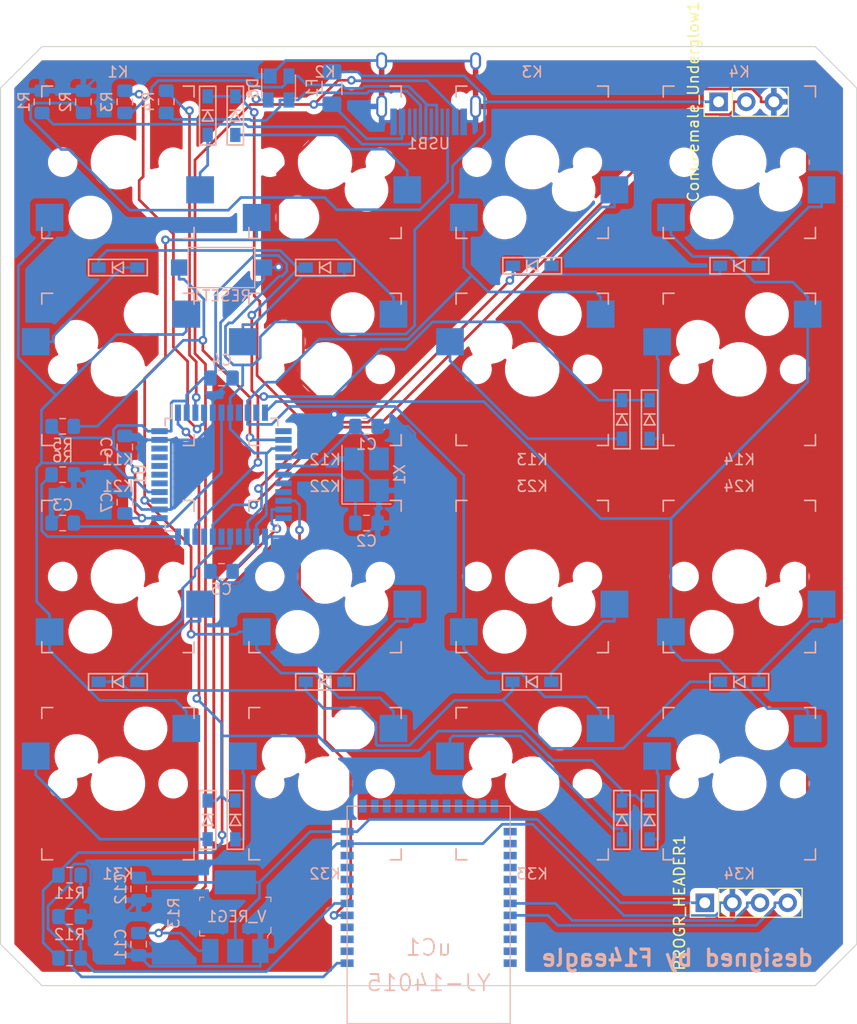
<source format=kicad_pcb>
(kicad_pcb (version 20171130) (host pcbnew "(5.1.2)-2")
  (layers (0 F.Cu signal) (31 B.Cu signal) (34 B.Paste user) (35 F.Paste user) (36 B.SilkS user) (37 F.SilkS user) (38 B.Mask user) (39 F.Mask user) (44 Edge.Cuts user))
  (net 0 "")
  (net 1 "Net-(D1-Pad2)")
  (net 2 row0)
  (net 3 "Net-(D2-Pad2)")
  (net 4 "Net-(D3-Pad2)")
  (net 5 "Net-(D4-Pad2)")
  (net 6 "Net-(D11-Pad2)")
  (net 7 row1)
  (net 8 "Net-(D12-Pad2)")
  (net 9 "Net-(D13-Pad2)")
  (net 10 "Net-(D14-Pad2)")
  (net 11 "Net-(D21-Pad2)")
  (net 12 row2)
  (net 13 "Net-(D22-Pad2)")
  (net 14 "Net-(D23-Pad2)")
  (net 15 "Net-(D24-Pad2)")
  (net 16 "Net-(D31-Pad2)")
  (net 17 row3)
  (net 18 "Net-(D32-Pad2)")
  (net 19 "Net-(D33-Pad2)")
  (net 20 "Net-(D34-Pad2)")
  (net 21 row4)
  (net 22 col0)
  (net 23 col1)
  (net 24 col2)
  (net 25 col3)
  (net 26 col4)
  (net 27 GND)
  (net 28 RXI)
  (net 29 TXO)
  (net 30 SWCLK)
  (net 31 SWDIO)
  (net 32 VCC)
  (net 33 TXODIV)
  (net 34 RGB_DATA)
  (net 35 "Net-(uC1-Pad13)")
  (net 36 "Net-(uC1-Pad10)")
  (net 37 "Net-(uC1-Pad9)")
  (net 38 "Net-(uC1-Pad8)")
  (net 39 "Net-(uC1-Pad7)")
  (net 40 "Net-(uC1-Pad4)")
  (net 41 "Net-(uC1-Pad3)")
  (net 42 "Net-(uC1-Pad2)")
  (net 43 "Net-(uC1-Pad36)")
  (net 44 "Net-(uC1-Pad35)")
  (net 45 "Net-(uC1-Pad34)")
  (net 46 "Net-(uC1-Pad33)")
  (net 47 "Net-(uC1-Pad30)")
  (net 48 "Net-(uC1-Pad29)")
  (net 49 "Net-(uC1-Pad28)")
  (net 50 "Net-(uC1-Pad27)")
  (net 51 "Net-(uC1-Pad26)")
  (net 52 "Net-(uC1-Pad25)")
  (net 53 "Net-(uC1-Pad24)")
  (net 54 "Net-(uC1-Pad23)")
  (net 55 "Net-(uC1-Pad22)")
  (net 56 "Net-(uC1-Pad21)")
  (net 57 "Net-(uC1-Pad20)")
  (net 58 "Net-(uC1-Pad19)")
  (net 59 "Net-(uC1-Pad18)")
  (net 60 "Net-(uC1-Pad17)")
  (net 61 "Net-(uC1-Pad16)")
  (net 62 "Net-(uC1-Pad15)")
  (net 63 "Net-(uC1-Pad14)")
  (net 64 "Net-(U1-Pad19)")
  (net 65 "Net-(USB1-Pad3)")
  (net 66 "Net-(USB1-Pad9)")
  (net 67 +5V)
  (net 68 "Net-(D6-Pad3)")
  (net 69 "Net-(D6-Pad2)")
  (net 70 +3.3V)
  (net 71 "Net-(R5-Pad2)")
  (net 72 "Net-(U1-Pad42)")
  (net 73 "Net-(U1-Pad41)")
  (net 74 "Net-(U1-Pad40)")
  (net 75 "Net-(U1-Pad39)")
  (net 76 "Net-(U1-Pad38)")
  (net 77 "Net-(R6-Pad2)")
  (net 78 "Net-(U1-Pad32)")
  (net 79 "Net-(U1-Pad30)")
  (net 80 "Net-(U1-Pad26)")
  (net 81 "Net-(U1-Pad22)")
  (net 82 "Net-(U1-Pad18)")
  (net 83 "Net-(C2-Pad1)")
  (net 84 "Net-(C1-Pad1)")
  (net 85 "Net-(U1-Pad12)")
  (net 86 "Net-(U1-Pad8)")
  (net 87 "Net-(C3-Pad1)")
  (net 88 D+)
  (net 89 D-)
  (net 90 "Net-(R2-Pad2)")
  (net 91 "Net-(R1-Pad2)")
  (module pcb:D3_SMD_Back (layer F.Cu) (at 134.62 129.54 270)
    (fp_text reference D34 hide)
    (fp_text value D hide)
    (pad 1 smd rect (at -1.775 0 270) (size 1.3 0.95) (layers B.Cu B.Paste B.Mask) (net 17 row3))
    (pad 2 smd rect (at 1.775 0 270) (size 1.3 0.95) (layers B.Cu B.Paste B.Mask) (net 20 "Net-(D34-Pad2)"))
  )
  (module pcb:D3_SMD_Back (layer F.Cu) (at 132.08 129.54 270)
    (fp_text reference D33 hide)
    (fp_text value D hide)
    (pad 1 smd rect (at -1.775 0 270) (size 1.3 0.95) (layers B.Cu B.Paste B.Mask) (net 17 row3))
    (pad 2 smd rect (at 1.775 0 270) (size 1.3 0.95) (layers B.Cu B.Paste B.Mask) (net 19 "Net-(D33-Pad2)"))
  )
  (module pcb:D3_SMD_Back (layer F.Cu) (at 96.52 129.54 270)
    (fp_text reference D32 hide)
    (fp_text value D hide)
    (pad 1 smd rect (at -1.775 0 270) (size 1.3 0.95) (layers B.Cu B.Paste B.Mask) (net 17 row3))
    (pad 2 smd rect (at 1.775 0 270) (size 1.3 0.95) (layers B.Cu B.Paste B.Mask) (net 18 "Net-(D32-Pad2)"))
  )
  (module pcb:D3_SMD_Back (layer F.Cu) (at 93.98 129.54 270)
    (fp_text reference D31 hide)
    (fp_text value D hide)
    (pad 1 smd rect (at -1.775 0 270) (size 1.3 0.95) (layers B.Cu B.Paste B.Mask) (net 17 row3))
    (pad 2 smd rect (at 1.775 0 270) (size 1.3 0.95) (layers B.Cu B.Paste B.Mask) (net 16 "Net-(D31-Pad2)"))
  )
  (module pcb:D3_SMD_Back (layer F.Cu) (at 142.875 116.84)
    (fp_text reference D24 hide)
    (fp_text value D hide)
    (pad 1 smd rect (at -1.775 0) (size 1.3 0.95) (layers B.Cu B.Paste B.Mask) (net 12 row2))
    (pad 2 smd rect (at 1.775 0) (size 1.3 0.95) (layers B.Cu B.Paste B.Mask) (net 15 "Net-(D24-Pad2)"))
  )
  (module pcb:D3_SMD_Back (layer F.Cu) (at 123.792 116.84)
    (fp_text reference D23 hide)
    (fp_text value D hide)
    (pad 1 smd rect (at -1.775 0) (size 1.3 0.95) (layers B.Cu B.Paste B.Mask) (net 12 row2))
    (pad 2 smd rect (at 1.775 0) (size 1.3 0.95) (layers B.Cu B.Paste B.Mask) (net 14 "Net-(D23-Pad2)"))
  )
  (module pcb:D3_SMD_Back (layer F.Cu) (at 104.775 116.84)
    (fp_text reference D22 hide)
    (fp_text value D hide)
    (pad 1 smd rect (at -1.775 0) (size 1.3 0.95) (layers B.Cu B.Paste B.Mask) (net 12 row2))
    (pad 2 smd rect (at 1.775 0) (size 1.3 0.95) (layers B.Cu B.Paste B.Mask) (net 13 "Net-(D22-Pad2)"))
  )
  (module pcb:D3_SMD_Back (layer F.Cu) (at 85.725 116.84)
    (fp_text reference D21 hide)
    (fp_text value D hide)
    (pad 1 smd rect (at -1.775 0) (size 1.3 0.95) (layers B.Cu B.Paste B.Mask) (net 12 row2))
    (pad 2 smd rect (at 1.775 0) (size 1.3 0.95) (layers B.Cu B.Paste B.Mask) (net 11 "Net-(D21-Pad2)"))
  )
  (module pcb:D3_SMD_Back (layer F.Cu) (at 134.62 92.71 270)
    (fp_text reference D14 hide)
    (fp_text value D hide)
    (pad 1 smd rect (at -1.775 0 270) (size 1.3 0.95) (layers B.Cu B.Paste B.Mask) (net 7 row1))
    (pad 2 smd rect (at 1.775 0 270) (size 1.3 0.95) (layers B.Cu B.Paste B.Mask) (net 10 "Net-(D14-Pad2)"))
  )
  (module pcb:D3_SMD_Back (layer F.Cu) (at 132.08 92.71 270)
    (fp_text reference D13 hide)
    (fp_text value D hide)
    (pad 1 smd rect (at -1.775 0 270) (size 1.3 0.95) (layers B.Cu B.Paste B.Mask) (net 7 row1))
    (pad 2 smd rect (at 1.775 0 270) (size 1.3 0.95) (layers B.Cu B.Paste B.Mask) (net 9 "Net-(D13-Pad2)"))
  )
  (module pcb:D3_SMD_Back (layer F.Cu) (at 104.775 78.74)
    (fp_text reference D12 hide)
    (fp_text value D hide)
    (pad 1 smd rect (at -1.775 0) (size 1.3 0.95) (layers B.Cu B.Paste B.Mask) (net 7 row1))
    (pad 2 smd rect (at 1.775 0) (size 1.3 0.95) (layers B.Cu B.Paste B.Mask) (net 8 "Net-(D12-Pad2)"))
  )
  (module pcb:D3_SMD_Back (layer F.Cu) (at 85.725 78.74)
    (fp_text reference D11 hide)
    (fp_text value D hide)
    (pad 1 smd rect (at -1.775 0) (size 1.3 0.95) (layers B.Cu B.Paste B.Mask) (net 7 row1))
    (pad 2 smd rect (at 1.775 0) (size 1.3 0.95) (layers B.Cu B.Paste B.Mask) (net 6 "Net-(D11-Pad2)"))
  )
  (module pcb:D3_SMD_Back (layer F.Cu) (at 142.875 78.5812)
    (fp_text reference D4 hide)
    (fp_text value D hide)
    (pad 1 smd rect (at -1.775 0) (size 1.3 0.95) (layers B.Cu B.Paste B.Mask) (net 2 row0))
    (pad 2 smd rect (at 1.775 0) (size 1.3 0.95) (layers B.Cu B.Paste B.Mask) (net 5 "Net-(D4-Pad2)"))
  )
  (module pcb:D3_SMD_Back (layer F.Cu) (at 123.825 78.5812)
    (fp_text reference D3 hide)
    (fp_text value D hide)
    (pad 1 smd rect (at -1.775 0) (size 1.3 0.95) (layers B.Cu B.Paste B.Mask) (net 2 row0))
    (pad 2 smd rect (at 1.775 0) (size 1.3 0.95) (layers B.Cu B.Paste B.Mask) (net 4 "Net-(D3-Pad2)"))
  )
  (module pcb:D3_SMD_Back (layer F.Cu) (at 96.52 64.77 270)
    (fp_text reference D2 hide)
    (fp_text value D hide)
    (pad 1 smd rect (at -1.775 0 270) (size 1.3 0.95) (layers B.Cu B.Paste B.Mask) (net 2 row0))
    (pad 2 smd rect (at 1.775 0 270) (size 1.3 0.95) (layers B.Cu B.Paste B.Mask) (net 3 "Net-(D2-Pad2)"))
  )
  (module pcb:D3_SMD_Back (layer F.Cu) (at 93.98 64.77 270)
    (fp_text reference D1 hide)
    (fp_text value D hide)
    (pad 1 smd rect (at -1.775 0 270) (size 1.3 0.95) (layers B.Cu B.Paste B.Mask) (net 2 row0))
    (pad 2 smd rect (at 1.775 0 270) (size 1.3 0.95) (layers B.Cu B.Paste B.Mask) (net 1 "Net-(D1-Pad2)"))
  )
  (module Button_Switch_SMD:SW_SPST_CK_RS282G05A3 (layer B.Cu) (at 95.25 78.74)
    (fp_text reference RESET1 (at 0 2.6) (layer B.SilkS) (effects (justify mirror)))
    (fp_text value SW_SPST)
    (pad 2 smd rect (at 3.9 0) (size 1.5 1.5) (layers B.Cu B.Paste B.Mask) (net 27 GND))
    (pad 1 smd rect (at -3.9 0) (size 1.5 1.5) (layers B.Cu B.Paste B.Mask) (net 71 "Net-(R5-Pad2)"))
  )
  (module Crystal:Crystal_SMD_3225-4Pin_3.2x2.5mm_HandSoldering (layer B.Cu) (at 108.585 97.79 90)
    (fp_text reference X1 (at 0 3.05 270) (layer B.SilkS) (effects (justify mirror)))
    (fp_text value Crystal_GND24)
    (pad 4 smd rect (at -1.45 1.15 90) (size 2.1 1.8) (layers B.Cu B.Paste B.Mask) (net 27 GND))
    (pad 3 smd rect (at 1.45 1.15 90) (size 2.1 1.8) (layers B.Cu B.Paste B.Mask) (net 84 "Net-(C1-Pad1)"))
    (pad 2 smd rect (at 1.45 -1.15 90) (size 2.1 1.8) (layers B.Cu B.Paste B.Mask) (net 27 GND))
    (pad 1 smd rect (at -1.45 -1.15 90) (size 2.1 1.8) (layers B.Cu B.Paste B.Mask) (net 83 "Net-(C2-Pad1)"))
  )
  (module Fuse:Fuse_1206_3216Metric_Pad1.42x1.75mm_HandSolder (layer B.Cu) (at 105.41 62.23 270)
    (fp_text reference F1 (at 0 1.82 90) (layer B.SilkS) (effects (justify mirror)))
    (fp_text value MF-NSMF050-2)
    (pad 2 smd roundrect (at 1.4875 0 270) (size 1.425 1.75) (layers B.Cu B.Paste B.Mask) (roundrect_rratio 0.175439) (net 32 VCC))
    (pad 1 smd roundrect (at -1.4875 0 270) (size 1.425 1.75) (layers B.Cu B.Paste B.Mask) (roundrect_rratio 0.175439) (net 67 +5V))
  )
  (module Resistor_SMD:R_0805_2012Metric_Pad1.15x1.40mm_HandSolder (layer B.Cu) (at 80.645 97.79 180)
    (fp_text reference R6 (at 0 1.65) (layer B.SilkS) (effects (justify mirror)))
    (fp_text value 1K)
    (pad 2 smd roundrect (at 1.025 0 180) (size 1.15 1.4) (layers B.Cu B.Paste B.Mask) (roundrect_rratio 0.217391) (net 77 "Net-(R6-Pad2)"))
    (pad 1 smd roundrect (at -1.025 0 180) (size 1.15 1.4) (layers B.Cu B.Paste B.Mask) (roundrect_rratio 0.217391) (net 27 GND))
  )
  (module Resistor_SMD:R_0805_2012Metric_Pad1.15x1.40mm_HandSolder (layer B.Cu) (at 80.645 93.345)
    (fp_text reference R5 (at 0 1.65) (layer B.SilkS) (effects (justify mirror)))
    (fp_text value 10K)
    (pad 2 smd roundrect (at 1.025 0) (size 1.15 1.4) (layers B.Cu B.Paste B.Mask) (roundrect_rratio 0.217391) (net 71 "Net-(R5-Pad2)"))
    (pad 1 smd roundrect (at -1.025 0) (size 1.15 1.4) (layers B.Cu B.Paste B.Mask) (roundrect_rratio 0.217391) (net 67 +5V))
  )
  (module Resistor_SMD:R_0805_2012Metric_Pad1.15x1.40mm_HandSolder (layer B.Cu) (at 90.17 63.5 270)
    (fp_text reference R4 (at 0 1.65 270) (layer B.SilkS) (effects (justify mirror)))
    (fp_text value 22)
    (pad 2 smd roundrect (at 1.025 0 270) (size 1.15 1.4) (layers B.Cu B.Paste B.Mask) (roundrect_rratio 0.217391) (net 68 "Net-(D6-Pad3)"))
    (pad 1 smd roundrect (at -1.025 0 270) (size 1.15 1.4) (layers B.Cu B.Paste B.Mask) (roundrect_rratio 0.217391) (net 89 D-))
  )
  (module Resistor_SMD:R_0805_2012Metric_Pad1.15x1.40mm_HandSolder (layer B.Cu) (at 86.36 63.5 270)
    (fp_text reference R3 (at 0 1.65 270) (layer B.SilkS) (effects (justify mirror)))
    (fp_text value 22)
    (pad 2 smd roundrect (at 1.025 0 270) (size 1.15 1.4) (layers B.Cu B.Paste B.Mask) (roundrect_rratio 0.217391) (net 69 "Net-(D6-Pad2)"))
    (pad 1 smd roundrect (at -1.025 0 270) (size 1.15 1.4) (layers B.Cu B.Paste B.Mask) (roundrect_rratio 0.217391) (net 88 D+))
  )
  (module Resistor_SMD:R_0805_2012Metric_Pad1.15x1.40mm_HandSolder (layer B.Cu) (at 82.55 63.5 270)
    (fp_text reference R2 (at 0 1.65 270) (layer B.SilkS) (effects (justify mirror)))
    (fp_text value 5.1K)
    (pad 2 smd roundrect (at 1.025 0 270) (size 1.15 1.4) (layers B.Cu B.Paste B.Mask) (roundrect_rratio 0.217391) (net 90 "Net-(R2-Pad2)"))
    (pad 1 smd roundrect (at -1.025 0 270) (size 1.15 1.4) (layers B.Cu B.Paste B.Mask) (roundrect_rratio 0.217391) (net 27 GND))
  )
  (module Resistor_SMD:R_0805_2012Metric_Pad1.15x1.40mm_HandSolder (layer B.Cu) (at 78.74 63.5 270)
    (fp_text reference R1 (at 0 1.65 270) (layer B.SilkS) (effects (justify mirror)))
    (fp_text value 5.1K)
    (pad 2 smd roundrect (at 1.025 0 270) (size 1.15 1.4) (layers B.Cu B.Paste B.Mask) (roundrect_rratio 0.217391) (net 91 "Net-(R1-Pad2)"))
    (pad 1 smd roundrect (at -1.025 0 270) (size 1.15 1.4) (layers B.Cu B.Paste B.Mask) (roundrect_rratio 0.217391) (net 27 GND))
  )
  (module Capacitor_SMD:C_0805_2012Metric_Pad1.15x1.40mm_HandSolder (layer B.Cu) (at 87.63 135.89 270)
    (fp_text reference C12 (at 0 1.65 90) (layer B.SilkS) (effects (justify mirror)))
    (fp_text value 10uF)
    (pad 2 smd roundrect (at 1.025 0 270) (size 1.15 1.4) (layers B.Cu B.Paste B.Mask) (roundrect_rratio 0.217391) (net 27 GND))
    (pad 1 smd roundrect (at -1.025 0 270) (size 1.15 1.4) (layers B.Cu B.Paste B.Mask) (roundrect_rratio 0.217391) (net 70 +3.3V))
  )
  (module Capacitor_SMD:C_0805_2012Metric_Pad1.15x1.40mm_HandSolder (layer B.Cu) (at 87.63 140.97 270)
    (fp_text reference C11 (at 0 1.65 90) (layer B.SilkS) (effects (justify mirror)))
    (fp_text value 10uF)
    (pad 2 smd roundrect (at 1.025 0 270) (size 1.15 1.4) (layers B.Cu B.Paste B.Mask) (roundrect_rratio 0.217391) (net 27 GND))
    (pad 1 smd roundrect (at -1.025 0 270) (size 1.15 1.4) (layers B.Cu B.Paste B.Mask) (roundrect_rratio 0.217391) (net 32 VCC))
  )
  (module Capacitor_SMD:C_0805_2012Metric_Pad1.15x1.40mm_HandSolder (layer B.Cu) (at 86.36 100.33 270)
    (fp_text reference C7 (at 0 1.65 90) (layer B.SilkS) (effects (justify mirror)))
    (fp_text value 10uF)
    (pad 2 smd roundrect (at 1.025 0 270) (size 1.15 1.4) (layers B.Cu B.Paste B.Mask) (roundrect_rratio 0.217391) (net 67 +5V))
    (pad 1 smd roundrect (at -1.025 0 270) (size 1.15 1.4) (layers B.Cu B.Paste B.Mask) (roundrect_rratio 0.217391) (net 27 GND))
  )
  (module Capacitor_SMD:C_0805_2012Metric_Pad1.15x1.40mm_HandSolder (layer B.Cu) (at 86.36 95.25 270)
    (fp_text reference C6 (at 0 1.65 90) (layer B.SilkS) (effects (justify mirror)))
    (fp_text value 100nF)
    (pad 2 smd roundrect (at 1.025 0 270) (size 1.15 1.4) (layers B.Cu B.Paste B.Mask) (roundrect_rratio 0.217391) (net 67 +5V))
    (pad 1 smd roundrect (at -1.025 0 270) (size 1.15 1.4) (layers B.Cu B.Paste B.Mask) (roundrect_rratio 0.217391) (net 27 GND))
  )
  (module Capacitor_SMD:C_0805_2012Metric_Pad1.15x1.40mm_HandSolder (layer B.Cu) (at 95.25 106.68)
    (fp_text reference C5 (at 0 1.65) (layer B.SilkS) (effects (justify mirror)))
    (fp_text value 100nF)
    (pad 2 smd roundrect (at 1.025 0) (size 1.15 1.4) (layers B.Cu B.Paste B.Mask) (roundrect_rratio 0.217391) (net 67 +5V))
    (pad 1 smd roundrect (at -1.025 0) (size 1.15 1.4) (layers B.Cu B.Paste B.Mask) (roundrect_rratio 0.217391) (net 27 GND))
  )
  (module Capacitor_SMD:C_0805_2012Metric_Pad1.15x1.40mm_HandSolder (layer B.Cu) (at 95.25 88.9 180)
    (fp_text reference C4 (at 0 1.65) (layer B.SilkS) (effects (justify mirror)))
    (fp_text value 100nF)
    (pad 2 smd roundrect (at 1.025 0 180) (size 1.15 1.4) (layers B.Cu B.Paste B.Mask) (roundrect_rratio 0.217391) (net 67 +5V))
    (pad 1 smd roundrect (at -1.025 0 180) (size 1.15 1.4) (layers B.Cu B.Paste B.Mask) (roundrect_rratio 0.217391) (net 27 GND))
  )
  (module Capacitor_SMD:C_0805_2012Metric_Pad1.15x1.40mm_HandSolder (layer B.Cu) (at 80.645 102.235 180)
    (fp_text reference C3 (at 0 1.65) (layer B.SilkS) (effects (justify mirror)))
    (fp_text value 1uF)
    (pad 2 smd roundrect (at 1.025 0 180) (size 1.15 1.4) (layers B.Cu B.Paste B.Mask) (roundrect_rratio 0.217391) (net 27 GND))
    (pad 1 smd roundrect (at -1.025 0 180) (size 1.15 1.4) (layers B.Cu B.Paste B.Mask) (roundrect_rratio 0.217391) (net 87 "Net-(C3-Pad1)"))
  )
  (module Capacitor_SMD:C_0805_2012Metric_Pad1.15x1.40mm_HandSolder (layer B.Cu) (at 108.585 102.235)
    (fp_text reference C2 (at 0 1.65) (layer B.SilkS) (effects (justify mirror)))
    (fp_text value 22pF)
    (pad 2 smd roundrect (at 1.025 0) (size 1.15 1.4) (layers B.Cu B.Paste B.Mask) (roundrect_rratio 0.217391) (net 27 GND))
    (pad 1 smd roundrect (at -1.025 0) (size 1.15 1.4) (layers B.Cu B.Paste B.Mask) (roundrect_rratio 0.217391) (net 83 "Net-(C2-Pad1)"))
  )
  (module Capacitor_SMD:C_0805_2012Metric_Pad1.15x1.40mm_HandSolder (layer B.Cu) (at 108.585 93.345)
    (fp_text reference C1 (at 0 1.65) (layer B.SilkS) (effects (justify mirror)))
    (fp_text value 22pF)
    (pad 2 smd roundrect (at 1.025 0) (size 1.15 1.4) (layers B.Cu B.Paste B.Mask) (roundrect_rratio 0.217391) (net 27 GND))
    (pad 1 smd roundrect (at -1.025 0) (size 1.15 1.4) (layers B.Cu B.Paste B.Mask) (roundrect_rratio 0.217391) (net 84 "Net-(C1-Pad1)"))
  )
  (module Package_QFP:TQFP-44_10x10mm_P0.8mm (layer B.Cu) (at 95.25 97.79 270)
    (fp_text reference U1 (at 0 7.45 90) (layer B.SilkS) (effects (justify mirror)))
    (fp_text value ATmega32U4-AU)
    (pad 44 smd rect (at -4 5.7 180) (size 1.5 0.55) (layers B.Cu B.Paste B.Mask) (net 67 +5V))
    (pad 43 smd rect (at -3.2 5.7 180) (size 1.5 0.55) (layers B.Cu B.Paste B.Mask) (net 27 GND))
    (pad 42 smd rect (at -2.4 5.7 180) (size 1.5 0.55) (layers B.Cu B.Paste B.Mask) (net 72 "Net-(U1-Pad42)"))
    (pad 41 smd rect (at -1.6 5.7 180) (size 1.5 0.55) (layers B.Cu B.Paste B.Mask) (net 73 "Net-(U1-Pad41)"))
    (pad 40 smd rect (at -0.8 5.7 180) (size 1.5 0.55) (layers B.Cu B.Paste B.Mask) (net 74 "Net-(U1-Pad40)"))
    (pad 39 smd rect (at 0 5.7 180) (size 1.5 0.55) (layers B.Cu B.Paste B.Mask) (net 75 "Net-(U1-Pad39)"))
    (pad 38 smd rect (at 0.8 5.7 180) (size 1.5 0.55) (layers B.Cu B.Paste B.Mask) (net 76 "Net-(U1-Pad38)"))
    (pad 37 smd rect (at 1.6 5.7 180) (size 1.5 0.55) (layers B.Cu B.Paste B.Mask) (net 22 col0))
    (pad 36 smd rect (at 2.4 5.7 180) (size 1.5 0.55) (layers B.Cu B.Paste B.Mask) (net 23 col1))
    (pad 35 smd rect (at 3.2 5.7 180) (size 1.5 0.55) (layers B.Cu B.Paste B.Mask) (net 27 GND))
    (pad 34 smd rect (at 4 5.7 180) (size 1.5 0.55) (layers B.Cu B.Paste B.Mask) (net 67 +5V))
    (pad 33 smd rect (at 5.7 4 270) (size 1.5 0.55) (layers B.Cu B.Paste B.Mask) (net 77 "Net-(R6-Pad2)"))
    (pad 32 smd rect (at 5.7 3.2 270) (size 1.5 0.55) (layers B.Cu B.Paste B.Mask) (net 78 "Net-(U1-Pad32)"))
    (pad 31 smd rect (at 5.7 2.4 270) (size 1.5 0.55) (layers B.Cu B.Paste B.Mask) (net 7 row1))
    (pad 30 smd rect (at 5.7 1.6 270) (size 1.5 0.55) (layers B.Cu B.Paste B.Mask) (net 79 "Net-(U1-Pad30)"))
    (pad 29 smd rect (at 5.7 0.8 270) (size 1.5 0.55) (layers B.Cu B.Paste B.Mask) (net 34 RGB_DATA))
    (pad 28 smd rect (at 5.7 0 270) (size 1.5 0.55) (layers B.Cu B.Paste B.Mask) (net 21 row4))
    (pad 27 smd rect (at 5.7 -0.8 270) (size 1.5 0.55) (layers B.Cu B.Paste B.Mask) (net 12 row2))
    (pad 26 smd rect (at 5.7 -1.6 270) (size 1.5 0.55) (layers B.Cu B.Paste B.Mask) (net 80 "Net-(U1-Pad26)"))
    (pad 25 smd rect (at 5.7 -2.4 270) (size 1.5 0.55) (layers B.Cu B.Paste B.Mask) (net 2 row0))
    (pad 24 smd rect (at 5.7 -3.2 270) (size 1.5 0.55) (layers B.Cu B.Paste B.Mask) (net 67 +5V))
    (pad 23 smd rect (at 5.7 -4 270) (size 1.5 0.55) (layers B.Cu B.Paste B.Mask) (net 27 GND))
    (pad 22 smd rect (at 4 -5.7 180) (size 1.5 0.55) (layers B.Cu B.Paste B.Mask) (net 81 "Net-(U1-Pad22)"))
    (pad 21 smd rect (at 3.2 -5.7 180) (size 1.5 0.55) (layers B.Cu B.Paste B.Mask) (net 29 TXO))
    (pad 20 smd rect (at 2.4 -5.7 180) (size 1.5 0.55) (layers B.Cu B.Paste B.Mask) (net 28 RXI))
    (pad 19 smd rect (at 1.6 -5.7 180) (size 1.5 0.55) (layers B.Cu B.Paste B.Mask) (net 64 "Net-(U1-Pad19)"))
    (pad 18 smd rect (at 0.8 -5.7 180) (size 1.5 0.55) (layers B.Cu B.Paste B.Mask) (net 82 "Net-(U1-Pad18)"))
    (pad 17 smd rect (at 0 -5.7 180) (size 1.5 0.55) (layers B.Cu B.Paste B.Mask) (net 83 "Net-(C2-Pad1)"))
    (pad 16 smd rect (at -0.8 -5.7 180) (size 1.5 0.55) (layers B.Cu B.Paste B.Mask) (net 84 "Net-(C1-Pad1)"))
    (pad 15 smd rect (at -1.6 -5.7 180) (size 1.5 0.55) (layers B.Cu B.Paste B.Mask) (net 27 GND))
    (pad 14 smd rect (at -2.4 -5.7 180) (size 1.5 0.55) (layers B.Cu B.Paste B.Mask) (net 67 +5V))
    (pad 13 smd rect (at -3.2 -5.7 180) (size 1.5 0.55) (layers B.Cu B.Paste B.Mask) (net 71 "Net-(R5-Pad2)"))
    (pad 12 smd rect (at -4 -5.7 180) (size 1.5 0.55) (layers B.Cu B.Paste B.Mask) (net 85 "Net-(U1-Pad12)"))
    (pad 11 smd rect (at -5.7 -4 270) (size 1.5 0.55) (layers B.Cu B.Paste B.Mask) (net 25 col3))
    (pad 10 smd rect (at -5.7 -3.2 270) (size 1.5 0.55) (layers B.Cu B.Paste B.Mask) (net 26 col4))
    (pad 9 smd rect (at -5.7 -2.4 270) (size 1.5 0.55) (layers B.Cu B.Paste B.Mask) (net 24 col2))
    (pad 8 smd rect (at -5.7 -1.6 270) (size 1.5 0.55) (layers B.Cu B.Paste B.Mask) (net 86 "Net-(U1-Pad8)"))
    (pad 7 smd rect (at -5.7 -0.8 270) (size 1.5 0.55) (layers B.Cu B.Paste B.Mask) (net 67 +5V))
    (pad 6 smd rect (at -5.7 0 270) (size 1.5 0.55) (layers B.Cu B.Paste B.Mask) (net 87 "Net-(C3-Pad1)"))
    (pad 5 smd rect (at -5.7 0.8 270) (size 1.5 0.55) (layers B.Cu B.Paste B.Mask) (net 27 GND))
    (pad 4 smd rect (at -5.7 1.6 270) (size 1.5 0.55) (layers B.Cu B.Paste B.Mask) (net 88 D+))
    (pad 3 smd rect (at -5.7 2.4 270) (size 1.5 0.55) (layers B.Cu B.Paste B.Mask) (net 89 D-))
    (pad 2 smd rect (at -5.7 3.2 270) (size 1.5 0.55) (layers B.Cu B.Paste B.Mask) (net 67 +5V))
    (pad 1 smd rect (at -5.7 4 270) (size 1.5 0.55) (layers B.Cu B.Paste B.Mask) (net 17 row3))
  )
  (module Package_TO_SOT_SMD:SOT-143 (layer B.Cu) (at 100.5 62.23 270)
    (fp_text reference D6 (at 0.02 2.38 90) (layer B.SilkS) (effects (justify mirror)))
    (fp_text value PRTR5V0U2X)
    (pad 4 smd rect (at 1.1 0.95) (size 1 1.4) (layers B.Cu B.Paste B.Mask) (net 32 VCC))
    (pad 3 smd rect (at 1.1 -0.95) (size 1 1.4) (layers B.Cu B.Paste B.Mask) (net 68 "Net-(D6-Pad3)"))
    (pad 2 smd rect (at -1.1 -0.95) (size 1 1.4) (layers B.Cu B.Paste B.Mask) (net 69 "Net-(D6-Pad2)"))
    (pad 1 smd rect (at -1.1 0.77) (size 1.2 1.4) (layers B.Cu B.Paste B.Mask) (net 27 GND))
  )
  (module redox_w_receiver_footprints:MY-YJ-14015-Module (layer B.Cu) (at 114.3 128.27)
    (fp_text reference uC1 (at 0 13 180) (layer B.SilkS) (effects (font (size 1.5 1.5) (thickness 0.1524)) (justify mirror)))
    (fp_text value YJ-14015 (at 0 16.256 180) (layer B.SilkS) (effects (font (size 1.5 1.5) (thickness 0.1524)) (justify mirror)))
    (pad 12 smd rect (at -7.49808 2.3495 270) (size 0.6985 1.19888) (layers B.Cu B.Paste B.Mask) (net 70 +3.3V))
    (pad 31 smd rect (at 7.49808 8.94842 270) (size 0.6985 1.19888) (layers B.Cu B.Paste B.Mask) (net 31 SWDIO))
    (pad 32 smd rect (at 7.49808 10.04824 270) (size 0.6985 1.19888) (layers B.Cu B.Paste B.Mask) (net 30 SWCLK))
    (pad 13 smd rect (at -6.04774 0 270) (size 1.19888 0.6985) (layers B.Cu B.Paste B.Mask) (net 35 "Net-(uC1-Pad13)"))
    (pad 10 smd rect (at -7.49808 4.54914 270) (size 0.6985 1.19888) (layers B.Cu B.Paste B.Mask) (net 36 "Net-(uC1-Pad10)"))
    (pad 9 smd rect (at -7.49808 5.64896 270) (size 0.6985 1.19888) (layers B.Cu B.Paste B.Mask) (net 37 "Net-(uC1-Pad9)"))
    (pad 8 smd rect (at -7.49808 6.74878 270) (size 0.6985 1.19888) (layers B.Cu B.Paste B.Mask) (net 38 "Net-(uC1-Pad8)"))
    (pad 7 smd rect (at -7.49808 7.8486 270) (size 0.6985 1.19888) (layers B.Cu B.Paste B.Mask) (net 39 "Net-(uC1-Pad7)"))
    (pad 6 smd rect (at -7.49808 8.94842 270) (size 0.6985 1.19888) (layers B.Cu B.Paste B.Mask) (net 33 TXODIV))
    (pad 5 smd rect (at -7.49808 10.04824 270) (size 0.6985 1.19888) (layers B.Cu B.Paste B.Mask) (net 28 RXI))
    (pad 4 smd rect (at -7.49808 11.14806 270) (size 0.6985 1.19888) (layers B.Cu B.Paste B.Mask) (net 40 "Net-(uC1-Pad4)"))
    (pad 3 smd rect (at -7.49808 12.24788 270) (size 0.6985 1.19888) (layers B.Cu B.Paste B.Mask) (net 41 "Net-(uC1-Pad3)"))
    (pad 2 smd rect (at -7.49808 13.3477 270) (size 0.6985 1.19888) (layers B.Cu B.Paste B.Mask) (net 42 "Net-(uC1-Pad2)"))
    (pad 36 smd rect (at 7.49808 14.44752 270) (size 0.6985 1.19888) (layers B.Cu B.Paste B.Mask) (net 43 "Net-(uC1-Pad36)"))
    (pad 35 smd rect (at 7.49808 13.3477 270) (size 0.6985 1.19888) (layers B.Cu B.Paste B.Mask) (net 44 "Net-(uC1-Pad35)"))
    (pad 34 smd rect (at 7.49808 12.24788 270) (size 0.6985 1.19888) (layers B.Cu B.Paste B.Mask) (net 45 "Net-(uC1-Pad34)"))
    (pad 33 smd rect (at 7.49808 11.14806 270) (size 0.6985 1.19888) (layers B.Cu B.Paste B.Mask) (net 46 "Net-(uC1-Pad33)"))
    (pad 30 smd rect (at 7.49808 7.8486 270) (size 0.6985 1.19888) (layers B.Cu B.Paste B.Mask) (net 47 "Net-(uC1-Pad30)"))
    (pad 29 smd rect (at 7.49808 6.74878 270) (size 0.6985 1.19888) (layers B.Cu B.Paste B.Mask) (net 48 "Net-(uC1-Pad29)"))
    (pad 28 smd rect (at 7.49808 5.64896 270) (size 0.6985 1.19888) (layers B.Cu B.Paste B.Mask) (net 49 "Net-(uC1-Pad28)"))
    (pad 27 smd rect (at 7.49808 4.54914 270) (size 0.6985 1.19888) (layers B.Cu B.Paste B.Mask) (net 50 "Net-(uC1-Pad27)"))
    (pad 26 smd rect (at 7.49808 3.44932 270) (size 0.6985 1.19888) (layers B.Cu B.Paste B.Mask) (net 51 "Net-(uC1-Pad26)"))
    (pad 25 smd rect (at 7.49808 2.3495 270) (size 0.6985 1.19888) (layers B.Cu B.Paste B.Mask) (net 52 "Net-(uC1-Pad25)"))
    (pad 24 smd rect (at 6.04774 0 270) (size 1.19888 0.6985) (layers B.Cu B.Paste B.Mask) (net 53 "Net-(uC1-Pad24)"))
    (pad 23 smd rect (at 4.94792 0 270) (size 1.19888 0.6985) (layers B.Cu B.Paste B.Mask) (net 54 "Net-(uC1-Pad23)"))
    (pad 22 smd rect (at 3.8481 0 270) (size 1.19888 0.6985) (layers B.Cu B.Paste B.Mask) (net 55 "Net-(uC1-Pad22)"))
    (pad 21 smd rect (at 2.74828 0 270) (size 1.19888 0.6985) (layers B.Cu B.Paste B.Mask) (net 56 "Net-(uC1-Pad21)"))
    (pad 20 smd rect (at 1.64846 0 270) (size 1.19888 0.6985) (layers B.Cu B.Paste B.Mask) (net 57 "Net-(uC1-Pad20)"))
    (pad 19 smd rect (at 0.54864 0 270) (size 1.19888 0.6985) (layers B.Cu B.Paste B.Mask) (net 58 "Net-(uC1-Pad19)"))
    (pad 18 smd rect (at -0.54864 0 270) (size 1.19888 0.6985) (layers B.Cu B.Paste B.Mask) (net 59 "Net-(uC1-Pad18)"))
    (pad 17 smd rect (at -1.64846 0 270) (size 1.19888 0.6985) (layers B.Cu B.Paste B.Mask) (net 60 "Net-(uC1-Pad17)"))
    (pad 16 smd rect (at -2.74828 0 270) (size 1.19888 0.6985) (layers B.Cu B.Paste B.Mask) (net 61 "Net-(uC1-Pad16)"))
    (pad 15 smd rect (at -3.8481 0 270) (size 1.19888 0.6985) (layers B.Cu B.Paste B.Mask) (net 62 "Net-(uC1-Pad15)"))
    (pad 14 smd rect (at -4.94792 0 270) (size 1.19888 0.6985) (layers B.Cu B.Paste B.Mask) (net 63 "Net-(uC1-Pad14)"))
    (pad 1 smd rect (at -7.49808 14.44752 270) (size 0.6985 1.19888) (layers B.Cu B.Paste B.Mask) (net 27 GND))
    (pad 11 smd rect (at -7.49808 3.44932 270) (size 0.6985 1.19888) (layers B.Cu B.Paste B.Mask) (net 27 GND))
  )
  (module Type-C:HRO-TYPE-C-31-M-12-HandSoldering (layer B.Cu) (at 114.3 57.15)
    (fp_text reference USB1 (at 0 10.2) (layer B.SilkS) (effects (justify mirror)))
    (fp_text value HRO-TYPE-C-31-M-12)
    (pad 12 smd rect (at 3.225 8.195) (size 0.6 2.45) (layers B.Cu B.Paste B.Mask) (net 27 GND))
    (pad 1 smd rect (at -3.225 8.195) (size 0.6 2.45) (layers B.Cu B.Paste B.Mask) (net 27 GND))
    (pad 11 smd rect (at 2.45 8.195) (size 0.6 2.45) (layers B.Cu B.Paste B.Mask) (net 32 VCC))
    (pad 2 smd rect (at -2.45 8.195) (size 0.6 2.45) (layers B.Cu B.Paste B.Mask) (net 32 VCC))
    (pad 3 smd rect (at -1.75 8.195) (size 0.3 2.45) (layers B.Cu B.Paste B.Mask) (net 65 "Net-(USB1-Pad3)"))
    (pad 10 smd rect (at 1.75 8.195) (size 0.3 2.45) (layers B.Cu B.Paste B.Mask) (net 90 "Net-(R2-Pad2)"))
    (pad 4 smd rect (at -1.25 8.195) (size 0.3 2.45) (layers B.Cu B.Paste B.Mask) (net 91 "Net-(R1-Pad2)"))
    (pad 9 smd rect (at 1.25 8.195) (size 0.3 2.45) (layers B.Cu B.Paste B.Mask) (net 66 "Net-(USB1-Pad9)"))
    (pad 5 smd rect (at -0.75 8.195) (size 0.3 2.45) (layers B.Cu B.Paste B.Mask) (net 68 "Net-(D6-Pad3)"))
    (pad 8 smd rect (at 0.75 8.195) (size 0.3 2.45) (layers B.Cu B.Paste B.Mask) (net 69 "Net-(D6-Pad2)"))
    (pad 7 smd rect (at 0.25 8.195) (size 0.3 2.45) (layers B.Cu B.Paste B.Mask) (net 68 "Net-(D6-Pad3)"))
    (pad 6 smd rect (at -0.25 8.195) (size 0.3 2.45) (layers B.Cu B.Paste B.Mask) (net 69 "Net-(D6-Pad2)"))
    (pad "" np_thru_hole circle (at 2.89 6.25) (size 0.65 0.65) (drill 0.65) (layers *.Cu *.Mask))
    (pad "" np_thru_hole circle (at -2.89 6.25) (size 0.65 0.65) (drill 0.65) (layers *.Cu *.Mask))
    (pad 13 thru_hole oval (at -4.32 6.78) (size 1 2.1) (drill oval 0.6 1.7) (layers *.Cu F.Mask) (net 27 GND))
    (pad 13 thru_hole oval (at 4.32 6.78) (size 1 2.1) (drill oval 0.6 1.7) (layers *.Cu F.Mask) (net 27 GND))
    (pad 13 thru_hole oval (at -4.32 2.6) (size 1 1.6) (drill oval 0.6 1.2) (layers *.Cu F.Mask) (net 27 GND))
    (pad 13 thru_hole oval (at 4.32 2.6) (size 1 1.6) (drill oval 0.6 1.2) (layers *.Cu F.Mask) (net 27 GND))
  )
  (module redox_w_receiver_footprints:SOT-223 (layer B.Cu) (at 96.52 138.43 180)
    (fp_text reference V_REG1 (at -0.127 0) (layer B.SilkS) (effects (justify mirror)))
    (fp_text value LD1117S33CTR)
    (pad 4 smd rect (at 0 3.15 180) (size 3.8 2.2) (layers B.Cu B.Paste B.Mask) (net 70 +3.3V))
    (pad 1 smd rect (at -2.3 -3.15 180) (size 1.5 2.2) (layers B.Cu B.Paste B.Mask) (net 27 GND))
    (pad 2 smd rect (at 0 -3.15 180) (size 1.5 2.2) (layers B.Cu B.Paste B.Mask) (net 70 +3.3V))
    (pad 3 smd rect (at 2.3 -3.15 180) (size 1.5 2.2) (layers B.Cu B.Paste B.Mask) (net 32 VCC))
  )
  (module Connector_PinHeader_2.54mm:PinHeader_1x03_P2.54mm_Vertical (layer F.Cu) (at 140.97 63.5 90)
    (fp_text reference ConnFemale_Underglow1 (at 0 -2.33 90) (layer F.SilkS))
    (fp_text value Conn_01x03_Female)
    (pad 3 thru_hole oval (at 0 5.08 90) (size 1.7 1.7) (drill 1) (layers *.Cu *.Mask) (net 27 GND))
    (pad 2 thru_hole oval (at 0 2.54 90) (size 1.7 1.7) (drill 1) (layers *.Cu *.Mask) (net 34 RGB_DATA))
    (pad 1 thru_hole rect (at 0 0 90) (size 1.7 1.7) (drill 1) (layers *.Cu *.Mask) (net 67 +5V))
  )
  (module Resistor_SMD:R_0805_2012Metric_Pad1.15x1.40mm_HandSolder (layer B.Cu) (at 81.28 142.24)
    (fp_text reference R13 (at 9.5875 -4.1275 -90) (layer B.SilkS) (effects (justify mirror)))
    (fp_text value 1.5K)
    (pad 2 smd roundrect (at 1.025 0) (size 1.15 1.4) (layers B.Cu B.Paste B.Mask) (roundrect_rratio 0.217391) (net 33 TXODIV))
    (pad 1 smd roundrect (at -1.025 0) (size 1.15 1.4) (layers B.Cu B.Paste B.Mask) (roundrect_rratio 0.217391) (net 29 TXO))
  )
  (module Resistor_SMD:R_0805_2012Metric_Pad1.15x1.40mm_HandSolder (layer B.Cu) (at 81.28 138.43)
    (fp_text reference R12 (at 0 1.65) (layer B.SilkS) (effects (justify mirror)))
    (fp_text value 1.5K)
    (pad 2 smd roundrect (at 1.025 0) (size 1.15 1.4) (layers B.Cu B.Paste B.Mask) (roundrect_rratio 0.217391) (net 27 GND))
    (pad 1 smd roundrect (at -1.025 0) (size 1.15 1.4) (layers B.Cu B.Paste B.Mask) (roundrect_rratio 0.217391) (net 33 TXODIV))
  )
  (module Resistor_SMD:R_0805_2012Metric_Pad1.15x1.40mm_HandSolder (layer B.Cu) (at 81.28 134.62)
    (fp_text reference R11 (at 0 1.65) (layer B.SilkS) (effects (justify mirror)))
    (fp_text value 1.5K)
    (pad 2 smd roundrect (at 1.025 0) (size 1.15 1.4) (layers B.Cu B.Paste B.Mask) (roundrect_rratio 0.217391) (net 33 TXODIV))
    (pad 1 smd roundrect (at -1.025 0) (size 1.15 1.4) (layers B.Cu B.Paste B.Mask) (roundrect_rratio 0.217391) (net 29 TXO))
  )
  (module Connector_PinHeader_2.54mm:PinHeader_1x04_P2.54mm_Vertical (layer F.Cu) (at 139.7 137.16 90)
    (fp_text reference PROGR_HEADER1 (at 0 -2.33 90) (layer F.SilkS))
    (fp_text value Conn_01x04_Female)
    (pad 4 thru_hole oval (at 0 7.62 90) (size 1.7 1.7) (drill 1) (layers *.Cu *.Mask) (net 30 SWCLK))
    (pad 3 thru_hole oval (at 0 5.08 90) (size 1.7 1.7) (drill 1) (layers *.Cu *.Mask) (net 31 SWDIO))
    (pad 2 thru_hole oval (at 0 2.54 90) (size 1.7 1.7) (drill 1) (layers *.Cu *.Mask) (net 27 GND))
    (pad 1 thru_hole rect (at 0 0 90) (size 1.7 1.7) (drill 1) (layers *.Cu *.Mask) (net 70 +3.3V))
  )
  (module keyswitches:Kailh_socket (layer F.Cu) (at 142.875 126.206)
    (fp_text reference K34 (at 0 8.3) (layer B.SilkS) (effects (justify mirror)))
    (fp_text value KEYSW-redox_rev1-rescue)
    (pad 2 smd rect (at -7.56 -2.54) (size 2.55 2.5) (layers B.Cu B.Paste B.Mask) (net 20 "Net-(D34-Pad2)"))
    (pad "" np_thru_hole circle (at -5.08 0) (size 1.7018 1.7018) (drill 1.7018) (layers *.Cu *.Mask))
    (pad "" np_thru_hole circle (at 5.08 0) (size 1.7018 1.7018) (drill 1.7018) (layers *.Cu *.Mask))
    (pad "" np_thru_hole circle (at 0 0) (size 3.9878 3.9878) (drill 3.9878) (layers *.Cu *.Mask))
    (pad "" np_thru_hole circle (at -3.81 -2.54) (size 3 3) (drill 3) (layers *.Cu *.Mask))
    (pad "" np_thru_hole circle (at 2.54 -5.08) (size 3 3) (drill 3) (layers *.Cu *.Mask))
    (pad 1 smd rect (at 6.29 -5.08) (size 2.55 2.5) (layers B.Cu B.Paste B.Mask) (net 25 col3))
  )
  (module keyswitches:Kailh_socket (layer F.Cu) (at 123.825 126.206)
    (fp_text reference K33 (at 0 8.3) (layer B.SilkS) (effects (justify mirror)))
    (fp_text value KEYSW-redox_rev1-rescue)
    (pad 2 smd rect (at -7.56 -2.54) (size 2.55 2.5) (layers B.Cu B.Paste B.Mask) (net 19 "Net-(D33-Pad2)"))
    (pad "" np_thru_hole circle (at -5.08 0) (size 1.7018 1.7018) (drill 1.7018) (layers *.Cu *.Mask))
    (pad "" np_thru_hole circle (at 5.08 0) (size 1.7018 1.7018) (drill 1.7018) (layers *.Cu *.Mask))
    (pad "" np_thru_hole circle (at 0 0) (size 3.9878 3.9878) (drill 3.9878) (layers *.Cu *.Mask))
    (pad "" np_thru_hole circle (at -3.81 -2.54) (size 3 3) (drill 3) (layers *.Cu *.Mask))
    (pad "" np_thru_hole circle (at 2.54 -5.08) (size 3 3) (drill 3) (layers *.Cu *.Mask))
    (pad 1 smd rect (at 6.29 -5.08) (size 2.55 2.5) (layers B.Cu B.Paste B.Mask) (net 24 col2))
  )
  (module keyswitches:Kailh_socket (layer F.Cu) (at 104.775 126.206)
    (fp_text reference K32 (at 0 8.3) (layer B.SilkS) (effects (justify mirror)))
    (fp_text value KEYSW-redox_rev1-rescue)
    (pad 2 smd rect (at -7.56 -2.54) (size 2.55 2.5) (layers B.Cu B.Paste B.Mask) (net 18 "Net-(D32-Pad2)"))
    (pad "" np_thru_hole circle (at -5.08 0) (size 1.7018 1.7018) (drill 1.7018) (layers *.Cu *.Mask))
    (pad "" np_thru_hole circle (at 5.08 0) (size 1.7018 1.7018) (drill 1.7018) (layers *.Cu *.Mask))
    (pad "" np_thru_hole circle (at 0 0) (size 3.9878 3.9878) (drill 3.9878) (layers *.Cu *.Mask))
    (pad "" np_thru_hole circle (at -3.81 -2.54) (size 3 3) (drill 3) (layers *.Cu *.Mask))
    (pad "" np_thru_hole circle (at 2.54 -5.08) (size 3 3) (drill 3) (layers *.Cu *.Mask))
    (pad 1 smd rect (at 6.29 -5.08) (size 2.55 2.5) (layers B.Cu B.Paste B.Mask) (net 23 col1))
  )
  (module keyswitches:Kailh_socket (layer F.Cu) (at 85.725 126.206)
    (fp_text reference K31 (at 0 8.3) (layer B.SilkS) (effects (justify mirror)))
    (fp_text value KEYSW-redox_rev1-rescue)
    (pad 2 smd rect (at -7.56 -2.54) (size 2.55 2.5) (layers B.Cu B.Paste B.Mask) (net 16 "Net-(D31-Pad2)"))
    (pad "" np_thru_hole circle (at -5.08 0) (size 1.7018 1.7018) (drill 1.7018) (layers *.Cu *.Mask))
    (pad "" np_thru_hole circle (at 5.08 0) (size 1.7018 1.7018) (drill 1.7018) (layers *.Cu *.Mask))
    (pad "" np_thru_hole circle (at 0 0) (size 3.9878 3.9878) (drill 3.9878) (layers *.Cu *.Mask))
    (pad "" np_thru_hole circle (at -3.81 -2.54) (size 3 3) (drill 3) (layers *.Cu *.Mask))
    (pad "" np_thru_hole circle (at 2.54 -5.08) (size 3 3) (drill 3) (layers *.Cu *.Mask))
    (pad 1 smd rect (at 6.29 -5.08) (size 2.55 2.5) (layers B.Cu B.Paste B.Mask) (net 22 col0))
  )
  (module keyswitches:Kailh_socket (layer F.Cu) (at 142.875 107.156 180)
    (fp_text reference K24 (at 0 8.3) (layer B.SilkS) (effects (justify mirror)))
    (fp_text value KEYSW-redox_rev1-rescue)
    (pad 2 smd rect (at -7.56 -2.54 180) (size 2.55 2.5) (layers B.Cu B.Paste B.Mask) (net 15 "Net-(D24-Pad2)"))
    (pad "" np_thru_hole circle (at -5.08 0 180) (size 1.7018 1.7018) (drill 1.7018) (layers *.Cu *.Mask))
    (pad "" np_thru_hole circle (at 5.08 0 180) (size 1.7018 1.7018) (drill 1.7018) (layers *.Cu *.Mask))
    (pad "" np_thru_hole circle (at 0 0 180) (size 3.9878 3.9878) (drill 3.9878) (layers *.Cu *.Mask))
    (pad "" np_thru_hole circle (at -3.81 -2.54 180) (size 3 3) (drill 3) (layers *.Cu *.Mask))
    (pad "" np_thru_hole circle (at 2.54 -5.08 180) (size 3 3) (drill 3) (layers *.Cu *.Mask))
    (pad 1 smd rect (at 6.29 -5.08 180) (size 2.55 2.5) (layers B.Cu B.Paste B.Mask) (net 25 col3))
  )
  (module keyswitches:Kailh_socket (layer F.Cu) (at 123.825 107.156 180)
    (fp_text reference K23 (at 0 8.3) (layer B.SilkS) (effects (justify mirror)))
    (fp_text value KEYSW-redox_rev1-rescue)
    (pad 2 smd rect (at -7.56 -2.54 180) (size 2.55 2.5) (layers B.Cu B.Paste B.Mask) (net 14 "Net-(D23-Pad2)"))
    (pad "" np_thru_hole circle (at -5.08 0 180) (size 1.7018 1.7018) (drill 1.7018) (layers *.Cu *.Mask))
    (pad "" np_thru_hole circle (at 5.08 0 180) (size 1.7018 1.7018) (drill 1.7018) (layers *.Cu *.Mask))
    (pad "" np_thru_hole circle (at 0 0 180) (size 3.9878 3.9878) (drill 3.9878) (layers *.Cu *.Mask))
    (pad "" np_thru_hole circle (at -3.81 -2.54 180) (size 3 3) (drill 3) (layers *.Cu *.Mask))
    (pad "" np_thru_hole circle (at 2.54 -5.08 180) (size 3 3) (drill 3) (layers *.Cu *.Mask))
    (pad 1 smd rect (at 6.29 -5.08 180) (size 2.55 2.5) (layers B.Cu B.Paste B.Mask) (net 24 col2))
  )
  (module keyswitches:Kailh_socket (layer F.Cu) (at 104.775 107.156 180)
    (fp_text reference K22 (at 0 8.3) (layer B.SilkS) (effects (justify mirror)))
    (fp_text value KEYSW-redox_rev1-rescue)
    (pad 2 smd rect (at -7.56 -2.54 180) (size 2.55 2.5) (layers B.Cu B.Paste B.Mask) (net 13 "Net-(D22-Pad2)"))
    (pad "" np_thru_hole circle (at -5.08 0 180) (size 1.7018 1.7018) (drill 1.7018) (layers *.Cu *.Mask))
    (pad "" np_thru_hole circle (at 5.08 0 180) (size 1.7018 1.7018) (drill 1.7018) (layers *.Cu *.Mask))
    (pad "" np_thru_hole circle (at 0 0 180) (size 3.9878 3.9878) (drill 3.9878) (layers *.Cu *.Mask))
    (pad "" np_thru_hole circle (at -3.81 -2.54 180) (size 3 3) (drill 3) (layers *.Cu *.Mask))
    (pad "" np_thru_hole circle (at 2.54 -5.08 180) (size 3 3) (drill 3) (layers *.Cu *.Mask))
    (pad 1 smd rect (at 6.29 -5.08 180) (size 2.55 2.5) (layers B.Cu B.Paste B.Mask) (net 23 col1))
  )
  (module keyswitches:Kailh_socket (layer F.Cu) (at 85.725 107.156 180)
    (fp_text reference K21 (at 0 8.3) (layer B.SilkS) (effects (justify mirror)))
    (fp_text value KEYSW-redox_rev1-rescue)
    (pad 2 smd rect (at -7.56 -2.54 180) (size 2.55 2.5) (layers B.Cu B.Paste B.Mask) (net 11 "Net-(D21-Pad2)"))
    (pad "" np_thru_hole circle (at -5.08 0 180) (size 1.7018 1.7018) (drill 1.7018) (layers *.Cu *.Mask))
    (pad "" np_thru_hole circle (at 5.08 0 180) (size 1.7018 1.7018) (drill 1.7018) (layers *.Cu *.Mask))
    (pad "" np_thru_hole circle (at 0 0 180) (size 3.9878 3.9878) (drill 3.9878) (layers *.Cu *.Mask))
    (pad "" np_thru_hole circle (at -3.81 -2.54 180) (size 3 3) (drill 3) (layers *.Cu *.Mask))
    (pad "" np_thru_hole circle (at 2.54 -5.08 180) (size 3 3) (drill 3) (layers *.Cu *.Mask))
    (pad 1 smd rect (at 6.29 -5.08 180) (size 2.55 2.5) (layers B.Cu B.Paste B.Mask) (net 22 col0))
  )
  (module keyswitches:Kailh_socket (layer F.Cu) (at 142.875 88.1062)
    (fp_text reference K14 (at 0 8.3) (layer B.SilkS) (effects (justify mirror)))
    (fp_text value KEYSW-redox_rev1-rescue)
    (pad 2 smd rect (at -7.56 -2.54) (size 2.55 2.5) (layers B.Cu B.Paste B.Mask) (net 10 "Net-(D14-Pad2)"))
    (pad "" np_thru_hole circle (at -5.08 0) (size 1.7018 1.7018) (drill 1.7018) (layers *.Cu *.Mask))
    (pad "" np_thru_hole circle (at 5.08 0) (size 1.7018 1.7018) (drill 1.7018) (layers *.Cu *.Mask))
    (pad "" np_thru_hole circle (at 0 0) (size 3.9878 3.9878) (drill 3.9878) (layers *.Cu *.Mask))
    (pad "" np_thru_hole circle (at -3.81 -2.54) (size 3 3) (drill 3) (layers *.Cu *.Mask))
    (pad "" np_thru_hole circle (at 2.54 -5.08) (size 3 3) (drill 3) (layers *.Cu *.Mask))
    (pad 1 smd rect (at 6.29 -5.08) (size 2.55 2.5) (layers B.Cu B.Paste B.Mask) (net 25 col3))
  )
  (module keyswitches:Kailh_socket (layer F.Cu) (at 123.825 88.1062)
    (fp_text reference K13 (at 0 8.3) (layer B.SilkS) (effects (justify mirror)))
    (fp_text value KEYSW-redox_rev1-rescue)
    (pad 2 smd rect (at -7.56 -2.54) (size 2.55 2.5) (layers B.Cu B.Paste B.Mask) (net 9 "Net-(D13-Pad2)"))
    (pad "" np_thru_hole circle (at -5.08 0) (size 1.7018 1.7018) (drill 1.7018) (layers *.Cu *.Mask))
    (pad "" np_thru_hole circle (at 5.08 0) (size 1.7018 1.7018) (drill 1.7018) (layers *.Cu *.Mask))
    (pad "" np_thru_hole circle (at 0 0) (size 3.9878 3.9878) (drill 3.9878) (layers *.Cu *.Mask))
    (pad "" np_thru_hole circle (at -3.81 -2.54) (size 3 3) (drill 3) (layers *.Cu *.Mask))
    (pad "" np_thru_hole circle (at 2.54 -5.08) (size 3 3) (drill 3) (layers *.Cu *.Mask))
    (pad 1 smd rect (at 6.29 -5.08) (size 2.55 2.5) (layers B.Cu B.Paste B.Mask) (net 24 col2))
  )
  (module keyswitches:Kailh_socket (layer F.Cu) (at 104.775 88.1062)
    (fp_text reference K12 (at 0 8.3) (layer B.SilkS) (effects (justify mirror)))
    (fp_text value KEYSW-redox_rev1-rescue)
    (pad 2 smd rect (at -7.56 -2.54) (size 2.55 2.5) (layers B.Cu B.Paste B.Mask) (net 8 "Net-(D12-Pad2)"))
    (pad "" np_thru_hole circle (at -5.08 0) (size 1.7018 1.7018) (drill 1.7018) (layers *.Cu *.Mask))
    (pad "" np_thru_hole circle (at 5.08 0) (size 1.7018 1.7018) (drill 1.7018) (layers *.Cu *.Mask))
    (pad "" np_thru_hole circle (at 0 0) (size 3.9878 3.9878) (drill 3.9878) (layers *.Cu *.Mask))
    (pad "" np_thru_hole circle (at -3.81 -2.54) (size 3 3) (drill 3) (layers *.Cu *.Mask))
    (pad "" np_thru_hole circle (at 2.54 -5.08) (size 3 3) (drill 3) (layers *.Cu *.Mask))
    (pad 1 smd rect (at 6.29 -5.08) (size 2.55 2.5) (layers B.Cu B.Paste B.Mask) (net 23 col1))
  )
  (module keyswitches:Kailh_socket (layer F.Cu) (at 85.725 88.1062)
    (fp_text reference K11 (at 0 8.3) (layer B.SilkS) (effects (justify mirror)))
    (fp_text value KEYSW-redox_rev1-rescue)
    (pad 2 smd rect (at -7.56 -2.54) (size 2.55 2.5) (layers B.Cu B.Paste B.Mask) (net 6 "Net-(D11-Pad2)"))
    (pad "" np_thru_hole circle (at -5.08 0) (size 1.7018 1.7018) (drill 1.7018) (layers *.Cu *.Mask))
    (pad "" np_thru_hole circle (at 5.08 0) (size 1.7018 1.7018) (drill 1.7018) (layers *.Cu *.Mask))
    (pad "" np_thru_hole circle (at 0 0) (size 3.9878 3.9878) (drill 3.9878) (layers *.Cu *.Mask))
    (pad "" np_thru_hole circle (at -3.81 -2.54) (size 3 3) (drill 3) (layers *.Cu *.Mask))
    (pad "" np_thru_hole circle (at 2.54 -5.08) (size 3 3) (drill 3) (layers *.Cu *.Mask))
    (pad 1 smd rect (at 6.29 -5.08) (size 2.55 2.5) (layers B.Cu B.Paste B.Mask) (net 22 col0))
  )
  (module keyswitches:Kailh_socket (layer F.Cu) (at 142.875 69.0562 180)
    (fp_text reference K4 (at 0 8.3) (layer B.SilkS) (effects (justify mirror)))
    (fp_text value KEYSW-redox_rev1-rescue)
    (pad 2 smd rect (at -7.56 -2.54 180) (size 2.55 2.5) (layers B.Cu B.Paste B.Mask) (net 5 "Net-(D4-Pad2)"))
    (pad "" np_thru_hole circle (at -5.08 0 180) (size 1.7018 1.7018) (drill 1.7018) (layers *.Cu *.Mask))
    (pad "" np_thru_hole circle (at 5.08 0 180) (size 1.7018 1.7018) (drill 1.7018) (layers *.Cu *.Mask))
    (pad "" np_thru_hole circle (at 0 0 180) (size 3.9878 3.9878) (drill 3.9878) (layers *.Cu *.Mask))
    (pad "" np_thru_hole circle (at -3.81 -2.54 180) (size 3 3) (drill 3) (layers *.Cu *.Mask))
    (pad "" np_thru_hole circle (at 2.54 -5.08 180) (size 3 3) (drill 3) (layers *.Cu *.Mask))
    (pad 1 smd rect (at 6.29 -5.08 180) (size 2.55 2.5) (layers B.Cu B.Paste B.Mask) (net 25 col3))
  )
  (module keyswitches:Kailh_socket (layer F.Cu) (at 123.825 69.0562 180)
    (fp_text reference K3 (at 0 8.3) (layer B.SilkS) (effects (justify mirror)))
    (fp_text value KEYSW-redox_rev1-rescue)
    (pad 2 smd rect (at -7.56 -2.54 180) (size 2.55 2.5) (layers B.Cu B.Paste B.Mask) (net 4 "Net-(D3-Pad2)"))
    (pad "" np_thru_hole circle (at -5.08 0 180) (size 1.7018 1.7018) (drill 1.7018) (layers *.Cu *.Mask))
    (pad "" np_thru_hole circle (at 5.08 0 180) (size 1.7018 1.7018) (drill 1.7018) (layers *.Cu *.Mask))
    (pad "" np_thru_hole circle (at 0 0 180) (size 3.9878 3.9878) (drill 3.9878) (layers *.Cu *.Mask))
    (pad "" np_thru_hole circle (at -3.81 -2.54 180) (size 3 3) (drill 3) (layers *.Cu *.Mask))
    (pad "" np_thru_hole circle (at 2.54 -5.08 180) (size 3 3) (drill 3) (layers *.Cu *.Mask))
    (pad 1 smd rect (at 6.29 -5.08 180) (size 2.55 2.5) (layers B.Cu B.Paste B.Mask) (net 24 col2))
  )
  (module keyswitches:Kailh_socket (layer F.Cu) (at 104.775 69.0562 180)
    (fp_text reference K2 (at 0 8.3) (layer B.SilkS) (effects (justify mirror)))
    (fp_text value KEYSW-redox_rev1-rescue)
    (pad 2 smd rect (at -7.56 -2.54 180) (size 2.55 2.5) (layers B.Cu B.Paste B.Mask) (net 3 "Net-(D2-Pad2)"))
    (pad "" np_thru_hole circle (at -5.08 0 180) (size 1.7018 1.7018) (drill 1.7018) (layers *.Cu *.Mask))
    (pad "" np_thru_hole circle (at 5.08 0 180) (size 1.7018 1.7018) (drill 1.7018) (layers *.Cu *.Mask))
    (pad "" np_thru_hole circle (at 0 0 180) (size 3.9878 3.9878) (drill 3.9878) (layers *.Cu *.Mask))
    (pad "" np_thru_hole circle (at -3.81 -2.54 180) (size 3 3) (drill 3) (layers *.Cu *.Mask))
    (pad "" np_thru_hole circle (at 2.54 -5.08 180) (size 3 3) (drill 3) (layers *.Cu *.Mask))
    (pad 1 smd rect (at 6.29 -5.08 180) (size 2.55 2.5) (layers B.Cu B.Paste B.Mask) (net 23 col1))
  )
  (module keyswitches:Kailh_socket (layer F.Cu) (at 85.725 69.0562 180)
    (fp_text reference K1 (at 0 8.3) (layer B.SilkS) (effects (justify mirror)))
    (fp_text value KEYSW-redox_rev1-rescue)
    (pad 2 smd rect (at -7.56 -2.54 180) (size 2.55 2.5) (layers B.Cu B.Paste B.Mask) (net 1 "Net-(D1-Pad2)"))
    (pad "" np_thru_hole circle (at -5.08 0 180) (size 1.7018 1.7018) (drill 1.7018) (layers *.Cu *.Mask))
    (pad "" np_thru_hole circle (at 5.08 0 180) (size 1.7018 1.7018) (drill 1.7018) (layers *.Cu *.Mask))
    (pad "" np_thru_hole circle (at 0 0 180) (size 3.9878 3.9878) (drill 3.9878) (layers *.Cu *.Mask))
    (pad "" np_thru_hole circle (at -3.81 -2.54 180) (size 3 3) (drill 3) (layers *.Cu *.Mask))
    (pad "" np_thru_hole circle (at 2.54 -5.08 180) (size 3 3) (drill 3) (layers *.Cu *.Mask))
    (pad 1 smd rect (at 6.29 -5.08 180) (size 2.55 2.5) (layers B.Cu B.Paste B.Mask) (net 22 col0))
  )
  (gr_text "designed by F14eagle" (at 137.16 142.24) (layer B.SilkS) (effects (font (size 1.5 1.5) (thickness 0.3)) (justify mirror)))
  (gr_line (start 149.86 58.42) (end 153.67 62.23) (layer Edge.Cuts) (width 0.1))
  (gr_line (start 149.86 144.78) (end 153.67 140.97) (layer Edge.Cuts) (width 0.1))
  (gr_line (start 74.93 140.97) (end 78.74 144.78) (layer Edge.Cuts) (width 0.1))
  (gr_line (start 78.74 58.42) (end 74.93 62.23) (layer Edge.Cuts) (width 0.1))
  (gr_line (start 153.67 62.23) (end 153.67 140.97) (layer Edge.Cuts) (width 0.1))
  (gr_line (start 78.74 58.42) (end 149.86 58.42) (layer Edge.Cuts) (width 0.1))
  (gr_line (start 74.93 140.97) (end 74.93 62.23) (layer Edge.Cuts) (width 0.1))
  (gr_line (start 149.86 144.78) (end 78.74 144.78) (layer Edge.Cuts) (width 0.1))
  (segment (start 93.285 71.5962) (end 93.285 70.0209) (width 0.25) (layer B.Cu) (net 1))
  (segment (start 93.285 70.0209) (end 93.98 69.3259) (width 0.25) (layer B.Cu) (net 1))
  (segment (start 93.98 69.3259) (end 93.98 66.545) (width 0.25) (layer B.Cu) (net 1))
  (segment (start 103.24 93.3878) (end 103.6582 92.9696) (width 0.25) (layer F.Cu) (net 2))
  (segment (start 103.6582 92.9696) (end 108.7277 92.9696) (width 0.25) (layer F.Cu) (net 2))
  (segment (start 108.7277 92.9696) (end 121.7681 79.9292) (width 0.25) (layer F.Cu) (net 2))
  (segment (start 103.24 93.3878) (end 98.5187 88.6665) (width 0.25) (layer F.Cu) (net 2))
  (segment (start 98.5187 88.6665) (end 98.5187 83.6664) (width 0.25) (layer F.Cu) (net 2))
  (segment (start 98.5187 83.6664) (end 98.7763 83.4088) (width 0.25) (layer F.Cu) (net 2))
  (segment (start 98.7763 83.4088) (end 98.7763 81.8634) (width 0.25) (layer F.Cu) (net 2))
  (segment (start 98.7763 81.8634) (end 98.261 81.3481) (width 0.25) (layer F.Cu) (net 2))
  (segment (start 98.261 81.3481) (end 98.261 64.4721) (width 0.25) (layer F.Cu) (net 2))
  (segment (start 98.649 99.0686) (end 103.24 94.4776) (width 0.25) (layer F.Cu) (net 2))
  (segment (start 103.24 94.4776) (end 103.24 93.3878) (width 0.25) (layer F.Cu) (net 2))
  (segment (start 121.7681 79.9292) (end 122.05 79.6473) (width 0.25) (layer B.Cu) (net 2))
  (segment (start 122.05 79.6473) (end 122.05 79.3815) (width 0.25) (layer B.Cu) (net 2))
  (segment (start 97.3203 62.995) (end 97.3203 63.5314) (width 0.25) (layer B.Cu) (net 2))
  (segment (start 97.3203 63.5314) (end 98.261 64.4721) (width 0.25) (layer B.Cu) (net 2))
  (segment (start 97.65 103.49) (end 97.65 102.1393) (width 0.25) (layer B.Cu) (net 2))
  (segment (start 97.65 102.1393) (end 98.9257 100.8636) (width 0.25) (layer B.Cu) (net 2))
  (segment (start 98.9257 100.8636) (end 98.9257 99.3453) (width 0.25) (layer B.Cu) (net 2))
  (segment (start 98.9257 99.3453) (end 98.649 99.0686) (width 0.25) (layer B.Cu) (net 2))
  (segment (start 96.52 62.995) (end 97.3203 62.995) (width 0.25) (layer B.Cu) (net 2))
  (segment (start 96.52 62.995) (end 94.7803 62.995) (width 0.25) (layer B.Cu) (net 2))
  (segment (start 93.98 62.995) (end 94.7803 62.995) (width 0.25) (layer B.Cu) (net 2))
  (segment (start 122.05 79.3815) (end 141.1 79.3815) (width 0.25) (layer B.Cu) (net 2))
  (segment (start 122.05 78.5812) (end 122.05 79.3815) (width 0.25) (layer B.Cu) (net 2))
  (segment (start 141.1 78.5812) (end 141.1 79.3815) (width 0.25) (layer B.Cu) (net 2))
  (via (at 121.7681 79.9292) (size 0.8) (layers F.Cu B.Cu) (net 2))
  (via (at 98.261 64.4721) (size 0.8) (layers F.Cu B.Cu) (net 2))
  (via (at 98.649 99.0686) (size 0.8) (layers F.Cu B.Cu) (net 2))
  (segment (start 96.52 66.545) (end 105.7999 66.545) (width 0.25) (layer B.Cu) (net 3))
  (segment (start 105.7999 66.545) (end 107.1074 67.8525) (width 0.25) (layer B.Cu) (net 3))
  (segment (start 107.1074 67.8525) (end 110.3509 67.8525) (width 0.25) (layer B.Cu) (net 3))
  (segment (start 110.3509 67.8525) (end 112.335 69.8366) (width 0.25) (layer B.Cu) (net 3))
  (segment (start 112.335 69.8366) (end 112.335 71.5962) (width 0.25) (layer B.Cu) (net 3))
  (segment (start 125.6 78.5812) (end 125.6 77.7809) (width 0.25) (layer B.Cu) (net 4))
  (segment (start 131.385 71.5962) (end 131.385 73.1715) (width 0.25) (layer B.Cu) (net 4))
  (segment (start 131.385 73.1715) (end 130.2094 73.1715) (width 0.25) (layer B.Cu) (net 4))
  (segment (start 130.2094 73.1715) (end 125.6 77.7809) (width 0.25) (layer B.Cu) (net 4))
  (segment (start 144.65 78.5812) (end 144.65 77.7809) (width 0.25) (layer B.Cu) (net 5))
  (segment (start 150.435 71.5962) (end 150.435 73.1715) (width 0.25) (layer B.Cu) (net 5))
  (segment (start 150.435 73.1715) (end 149.2594 73.1715) (width 0.25) (layer B.Cu) (net 5))
  (segment (start 149.2594 73.1715) (end 144.65 77.7809) (width 0.25) (layer B.Cu) (net 5))
  (segment (start 78.165 85.5662) (end 79.7653 85.5662) (width 0.25) (layer B.Cu) (net 6))
  (segment (start 79.7653 85.5662) (end 79.7653 85.0573) (width 0.25) (layer B.Cu) (net 6))
  (segment (start 79.7653 85.0573) (end 86.0826 78.74) (width 0.25) (layer B.Cu) (net 6))
  (segment (start 86.0826 78.74) (end 87.5 78.74) (width 0.25) (layer B.Cu) (net 6))
  (segment (start 102.208 78.74) (end 102.208 78.7281) (width 0.25) (layer B.Cu) (net 7))
  (segment (start 102.208 78.7281) (end 100.6506 77.1707) (width 0.25) (layer B.Cu) (net 7))
  (segment (start 100.6506 77.1707) (end 84.719 77.1707) (width 0.25) (layer B.Cu) (net 7))
  (segment (start 84.719 77.1707) (end 83.95 77.9397) (width 0.25) (layer B.Cu) (net 7))
  (segment (start 83.95 78.74) (end 83.95 77.9397) (width 0.25) (layer B.Cu) (net 7))
  (segment (start 98.0382 83.1211) (end 102.208 78.9513) (width 0.25) (layer B.Cu) (net 7))
  (segment (start 102.208 78.9513) (end 102.208 78.74) (width 0.25) (layer B.Cu) (net 7))
  (segment (start 102.5124 78.74) (end 102.208 78.74) (width 0.25) (layer B.Cu) (net 7))
  (segment (start 98.6005 90.6078) (end 99.139 90.6078) (width 0.25) (layer F.Cu) (net 7))
  (segment (start 132.08 90.935) (end 129.9428 90.935) (width 0.25) (layer B.Cu) (net 7))
  (segment (start 129.9428 90.935) (end 122.7444 83.7366) (width 0.25) (layer B.Cu) (net 7))
  (segment (start 122.7444 83.7366) (end 114.6591 83.7366) (width 0.25) (layer B.Cu) (net 7))
  (segment (start 114.6591 83.7366) (end 112.1268 86.2689) (width 0.25) (layer B.Cu) (net 7))
  (segment (start 112.1268 86.2689) (end 109.9013 86.2689) (width 0.25) (layer B.Cu) (net 7))
  (segment (start 109.9013 86.2689) (end 105.5624 90.6078) (width 0.25) (layer B.Cu) (net 7))
  (segment (start 105.5624 90.6078) (end 99.139 90.6078) (width 0.25) (layer B.Cu) (net 7))
  (segment (start 98.6005 96.6642) (end 98.6005 90.6078) (width 0.25) (layer F.Cu) (net 7))
  (segment (start 92.85 102.4147) (end 98.6005 96.6642) (width 0.25) (layer B.Cu) (net 7))
  (segment (start 102.5124 78.74) (end 103 78.74) (width 0.25) (layer B.Cu) (net 7))
  (segment (start 98.6005 90.6078) (end 98.0382 90.0455) (width 0.25) (layer F.Cu) (net 7))
  (segment (start 98.0382 90.0455) (end 98.0382 83.1211) (width 0.25) (layer F.Cu) (net 7))
  (segment (start 134.62 90.935) (end 132.08 90.935) (width 0.25) (layer B.Cu) (net 7))
  (segment (start 92.85 103.0649) (end 92.85 103.49) (width 0.25) (layer B.Cu) (net 7))
  (segment (start 92.85 103.0649) (end 92.85 102.4147) (width 0.25) (layer B.Cu) (net 7))
  (via (at 99.139 90.6078) (size 0.8) (layers F.Cu B.Cu) (net 7))
  (via (at 98.0382 83.1211) (size 0.8) (layers F.Cu B.Cu) (net 7))
  (via (at 98.6005 96.6642) (size 0.8) (layers F.Cu B.Cu) (net 7))
  (segment (start 97.215 83.9909) (end 98.1942 83.9909) (width 0.25) (layer B.Cu) (net 8))
  (segment (start 98.1942 83.9909) (end 102.6448 79.5403) (width 0.25) (layer B.Cu) (net 8))
  (segment (start 102.6448 79.5403) (end 106.55 79.5403) (width 0.25) (layer B.Cu) (net 8))
  (segment (start 106.55 78.74) (end 106.55 79.5403) (width 0.25) (layer B.Cu) (net 8))
  (segment (start 97.215 85.5662) (end 97.215 83.9909) (width 0.25) (layer B.Cu) (net 8))
  (segment (start 132.08 94.485) (end 123.4325 94.485) (width 0.25) (layer B.Cu) (net 9))
  (segment (start 123.4325 94.485) (end 116.265 87.3175) (width 0.25) (layer B.Cu) (net 9))
  (segment (start 116.265 87.3175) (end 116.265 85.5662) (width 0.25) (layer B.Cu) (net 9))
  (segment (start 134.62 94.485) (end 135.4203 94.485) (width 0.25) (layer B.Cu) (net 10))
  (segment (start 135.315 85.5662) (end 135.315 87.1415) (width 0.25) (layer B.Cu) (net 10))
  (segment (start 135.315 87.1415) (end 135.4203 87.2468) (width 0.25) (layer B.Cu) (net 10))
  (segment (start 135.4203 87.2468) (end 135.4203 94.485) (width 0.25) (layer B.Cu) (net 10))
  (segment (start 93.285 111.2713) (end 92.2684 111.2713) (width 0.25) (layer B.Cu) (net 11))
  (segment (start 92.2684 111.2713) (end 87.5 116.0397) (width 0.25) (layer B.Cu) (net 11))
  (segment (start 87.5 116.84) (end 87.5 116.0397) (width 0.25) (layer B.Cu) (net 11))
  (segment (start 93.285 109.696) (end 93.285 111.2713) (width 0.25) (layer B.Cu) (net 11))
  (segment (start 96.05 103.49) (end 96.05 104.5653) (width 0.25) (layer B.Cu) (net 12))
  (segment (start 96.05 104.5653) (end 94.751 104.5653) (width 0.25) (layer B.Cu) (net 12))
  (segment (start 94.751 104.5653) (end 92.8118 106.5045) (width 0.25) (layer B.Cu) (net 12))
  (segment (start 92.8118 106.5045) (end 92.8118 107.1049) (width 0.25) (layer B.Cu) (net 12))
  (segment (start 92.8118 107.1049) (end 91.6818 108.2349) (width 0.25) (layer B.Cu) (net 12))
  (segment (start 91.6818 108.2349) (end 91.6818 110.9948) (width 0.25) (layer B.Cu) (net 12))
  (segment (start 91.6818 110.9948) (end 85.8742 116.8024) (width 0.25) (layer B.Cu) (net 12))
  (segment (start 83.95 116.84) (end 84.9253 116.84) (width 0.25) (layer B.Cu) (net 12))
  (segment (start 85.8742 116.8024) (end 86.7121 117.6403) (width 0.25) (layer B.Cu) (net 12))
  (segment (start 86.7121 117.6403) (end 103 117.6403) (width 0.25) (layer B.Cu) (net 12))
  (segment (start 85.8742 116.8024) (end 84.9629 116.8024) (width 0.25) (layer B.Cu) (net 12))
  (segment (start 84.9629 116.8024) (end 84.9253 116.84) (width 0.25) (layer B.Cu) (net 12))
  (segment (start 103 117.6403) (end 104.6386 119.2789) (width 0.25) (layer B.Cu) (net 12))
  (segment (start 104.6386 119.2789) (end 108.1085 119.2789) (width 0.25) (layer B.Cu) (net 12))
  (segment (start 108.1085 119.2789) (end 109.4618 120.6322) (width 0.25) (layer B.Cu) (net 12))
  (segment (start 109.4618 120.6322) (end 109.4618 122.5721) (width 0.25) (layer B.Cu) (net 12))
  (segment (start 109.4618 122.5721) (end 109.5911 122.7014) (width 0.25) (layer B.Cu) (net 12))
  (segment (start 109.5911 122.7014) (end 112.5143 122.7014) (width 0.25) (layer B.Cu) (net 12))
  (segment (start 112.5143 122.7014) (end 116.6754 118.5403) (width 0.25) (layer B.Cu) (net 12))
  (segment (start 116.6754 118.5403) (end 121.117 118.5403) (width 0.25) (layer B.Cu) (net 12))
  (segment (start 121.117 118.5403) (end 125.5421 122.9654) (width 0.25) (layer B.Cu) (net 12))
  (segment (start 125.5421 122.9654) (end 132.206 122.9654) (width 0.25) (layer B.Cu) (net 12))
  (segment (start 132.206 122.9654) (end 138.3314 116.84) (width 0.25) (layer B.Cu) (net 12))
  (segment (start 138.3314 116.84) (end 141.1 116.84) (width 0.25) (layer B.Cu) (net 12))
  (segment (start 122.017 117.6403) (end 121.117 118.5403) (width 0.25) (layer B.Cu) (net 12))
  (segment (start 103 116.84) (end 103 117.6403) (width 0.25) (layer B.Cu) (net 12))
  (segment (start 122.017 116.84) (end 122.017 117.6403) (width 0.25) (layer B.Cu) (net 12))
  (segment (start 106.55 116.84) (end 106.55 116.0397) (width 0.25) (layer B.Cu) (net 13))
  (segment (start 112.335 109.696) (end 112.335 111.2713) (width 0.25) (layer B.Cu) (net 13))
  (segment (start 112.335 111.2713) (end 111.3184 111.2713) (width 0.25) (layer B.Cu) (net 13))
  (segment (start 111.3184 111.2713) (end 106.55 116.0397) (width 0.25) (layer B.Cu) (net 13))
  (segment (start 125.567 116.84) (end 125.567 116.0397) (width 0.25) (layer B.Cu) (net 14))
  (segment (start 131.385 109.696) (end 131.385 111.2713) (width 0.25) (layer B.Cu) (net 14))
  (segment (start 131.385 111.2713) (end 130.3354 111.2713) (width 0.25) (layer B.Cu) (net 14))
  (segment (start 130.3354 111.2713) (end 125.567 116.0397) (width 0.25) (layer B.Cu) (net 14))
  (segment (start 144.65 116.84) (end 144.65 116.0397) (width 0.25) (layer B.Cu) (net 15))
  (segment (start 150.435 109.696) (end 150.435 111.2713) (width 0.25) (layer B.Cu) (net 15))
  (segment (start 150.435 111.2713) (end 149.4184 111.2713) (width 0.25) (layer B.Cu) (net 15))
  (segment (start 149.4184 111.2713) (end 144.65 116.0397) (width 0.25) (layer B.Cu) (net 15))
  (segment (start 78.165 123.666) (end 78.165 125.4061) (width 0.25) (layer B.Cu) (net 16))
  (segment (start 78.165 125.4061) (end 84.0739 131.315) (width 0.25) (layer B.Cu) (net 16))
  (segment (start 84.0739 131.315) (end 93.98 131.315) (width 0.25) (layer B.Cu) (net 16))
  (segment (start 92.9802 118.3682) (end 93.1801 118.1683) (width 0.25) (layer F.Cu) (net 17))
  (segment (start 93.1801 118.1683) (end 93.1801 95.0581) (width 0.25) (layer F.Cu) (net 17))
  (segment (start 93.1801 95.0581) (end 91.9805 93.8585) (width 0.25) (layer F.Cu) (net 17))
  (segment (start 95.25 121.8169) (end 95.25 120.638) (width 0.25) (layer B.Cu) (net 17))
  (segment (start 95.25 120.638) (end 92.9802 118.3682) (width 0.25) (layer B.Cu) (net 17))
  (segment (start 91.25 92.09) (end 91.25 93.1653) (width 0.25) (layer B.Cu) (net 17))
  (segment (start 91.25 93.1653) (end 91.2873 93.1653) (width 0.25) (layer B.Cu) (net 17))
  (segment (start 91.2873 93.1653) (end 91.9805 93.8585) (width 0.25) (layer B.Cu) (net 17))
  (segment (start 95.25 121.8169) (end 95.25 127.2953) (width 0.25) (layer B.Cu) (net 17))
  (segment (start 132.08 126.7897) (end 129.3537 124.0634) (width 0.25) (layer B.Cu) (net 17))
  (segment (start 129.3537 124.0634) (end 125.7361 124.0634) (width 0.25) (layer B.Cu) (net 17))
  (segment (start 125.7361 124.0634) (end 123.0467 121.374) (width 0.25) (layer B.Cu) (net 17))
  (segment (start 123.0467 121.374) (end 115.1864 121.374) (width 0.25) (layer B.Cu) (net 17))
  (segment (start 115.1864 121.374) (end 113.3951 123.1653) (width 0.25) (layer B.Cu) (net 17))
  (segment (start 113.3951 123.1653) (end 105.4679 123.1653) (width 0.25) (layer B.Cu) (net 17))
  (segment (start 105.4679 123.1653) (end 104.1195 121.8169) (width 0.25) (layer B.Cu) (net 17))
  (segment (start 104.1195 121.8169) (end 95.25 121.8169) (width 0.25) (layer B.Cu) (net 17))
  (segment (start 134.62 127.765) (end 133.8197 127.765) (width 0.25) (layer B.Cu) (net 17))
  (segment (start 132.08 127.2773) (end 133.332 127.2773) (width 0.25) (layer B.Cu) (net 17))
  (segment (start 133.332 127.2773) (end 133.8197 127.765) (width 0.25) (layer B.Cu) (net 17))
  (segment (start 132.08 127.2773) (end 132.08 126.7897) (width 0.25) (layer B.Cu) (net 17))
  (segment (start 132.08 127.765) (end 132.08 127.2773) (width 0.25) (layer B.Cu) (net 17))
  (segment (start 95.25 127.2953) (end 95.7197 127.765) (width 0.25) (layer B.Cu) (net 17))
  (segment (start 94.7803 127.765) (end 95.25 127.2953) (width 0.25) (layer B.Cu) (net 17))
  (segment (start 93.98 127.765) (end 94.7803 127.765) (width 0.25) (layer B.Cu) (net 17))
  (segment (start 96.52 127.765) (end 95.7197 127.765) (width 0.25) (layer B.Cu) (net 17))
  (via (at 92.9802 118.3682) (size 0.8) (layers F.Cu B.Cu) (net 17))
  (via (at 91.9805 93.8585) (size 0.8) (layers F.Cu B.Cu) (net 17))
  (segment (start 96.52 131.315) (end 97.3203 131.315) (width 0.25) (layer B.Cu) (net 18))
  (segment (start 97.215 123.666) (end 97.215 125.2413) (width 0.25) (layer B.Cu) (net 18))
  (segment (start 97.215 125.2413) (end 97.3203 125.3466) (width 0.25) (layer B.Cu) (net 18))
  (segment (start 97.3203 125.3466) (end 97.3203 131.315) (width 0.25) (layer B.Cu) (net 18))
  (segment (start 116.265 122.0907) (end 116.5313 121.8244) (width 0.25) (layer B.Cu) (net 19))
  (segment (start 116.5313 121.8244) (end 122.7325 121.8244) (width 0.25) (layer B.Cu) (net 19))
  (segment (start 122.7325 121.8244) (end 131.2478 130.3397) (width 0.25) (layer B.Cu) (net 19))
  (segment (start 131.2478 130.3397) (end 132.08 130.3397) (width 0.25) (layer B.Cu) (net 19))
  (segment (start 132.08 131.315) (end 132.08 130.3397) (width 0.25) (layer B.Cu) (net 19))
  (segment (start 116.265 123.666) (end 116.265 122.0907) (width 0.25) (layer B.Cu) (net 19))
  (segment (start 134.62 131.315) (end 135.4203 131.315) (width 0.25) (layer B.Cu) (net 20))
  (segment (start 135.315 123.666) (end 135.315 125.2413) (width 0.25) (layer B.Cu) (net 20))
  (segment (start 135.315 125.2413) (end 135.4203 125.3466) (width 0.25) (layer B.Cu) (net 20))
  (segment (start 135.4203 125.3466) (end 135.4203 131.315) (width 0.25) (layer B.Cu) (net 20))
  (segment (start 80.036 90.4881) (end 78.6881 91.836) (width 0.25) (layer B.Cu) (net 22))
  (segment (start 78.6881 91.836) (end 78.6881 96.7216) (width 0.25) (layer B.Cu) (net 22))
  (segment (start 92.015 84.6015) (end 91.7167 84.8998) (width 0.25) (layer B.Cu) (net 22))
  (segment (start 91.7167 84.8998) (end 85.6243 84.8998) (width 0.25) (layer B.Cu) (net 22))
  (segment (start 85.6243 84.8998) (end 80.036 90.4881) (width 0.25) (layer B.Cu) (net 22))
  (segment (start 79.435 75.7115) (end 76.5646 78.5819) (width 0.25) (layer B.Cu) (net 22))
  (segment (start 76.5646 78.5819) (end 76.5646 87.0168) (width 0.25) (layer B.Cu) (net 22))
  (segment (start 76.5646 87.0168) (end 80.036 90.4881) (width 0.25) (layer B.Cu) (net 22))
  (segment (start 92.015 83.0262) (end 92.015 84.6015) (width 0.25) (layer B.Cu) (net 22))
  (segment (start 79.435 74.1362) (end 79.435 75.7115) (width 0.25) (layer B.Cu) (net 22))
  (segment (start 78.6881 96.7216) (end 85.2179 96.7216) (width 0.25) (layer B.Cu) (net 22))
  (segment (start 85.2179 96.7216) (end 86.5671 98.0708) (width 0.25) (layer B.Cu) (net 22))
  (segment (start 86.5671 98.0708) (end 87.1555 98.0708) (width 0.25) (layer B.Cu) (net 22))
  (segment (start 87.1555 98.0708) (end 88.4747 99.39) (width 0.25) (layer B.Cu) (net 22))
  (segment (start 79.435 110.6607) (end 78.2528 109.4785) (width 0.25) (layer B.Cu) (net 22))
  (segment (start 78.2528 109.4785) (end 78.2528 97.1569) (width 0.25) (layer B.Cu) (net 22))
  (segment (start 78.2528 97.1569) (end 78.6881 96.7216) (width 0.25) (layer B.Cu) (net 22))
  (segment (start 89.55 99.39) (end 88.4747 99.39) (width 0.25) (layer B.Cu) (net 22))
  (segment (start 79.435 112.236) (end 79.435 110.6607) (width 0.25) (layer B.Cu) (net 22))
  (segment (start 92.015 119.5507) (end 91.0006 118.5363) (width 0.25) (layer B.Cu) (net 22))
  (segment (start 91.0006 118.5363) (end 84.0355 118.5363) (width 0.25) (layer B.Cu) (net 22))
  (segment (start 84.0355 118.5363) (end 79.435 113.9358) (width 0.25) (layer B.Cu) (net 22))
  (segment (start 79.435 113.9358) (end 79.435 112.236) (width 0.25) (layer B.Cu) (net 22))
  (segment (start 92.015 121.126) (end 92.015 119.5507) (width 0.25) (layer B.Cu) (net 22))
  (segment (start 88.186 100.1498) (end 88.186 88.9253) (width 0.25) (layer F.Cu) (net 23))
  (segment (start 88.186 88.9253) (end 90.098 87.0133) (width 0.25) (layer F.Cu) (net 23))
  (segment (start 90.098 87.0133) (end 90.098 76.1968) (width 0.25) (layer F.Cu) (net 23))
  (segment (start 98.485 76.1968) (end 90.098 76.1968) (width 0.25) (layer B.Cu) (net 23))
  (segment (start 98.485 112.236) (end 98.485 113.8113) (width 0.25) (layer B.Cu) (net 23))
  (segment (start 98.485 112.236) (end 96.8847 112.236) (width 0.25) (layer B.Cu) (net 23))
  (segment (start 88.186 100.1498) (end 92.4548 104.4186) (width 0.25) (layer F.Cu) (net 23))
  (segment (start 92.4548 104.4186) (end 92.4548 112.4639) (width 0.25) (layer F.Cu) (net 23))
  (segment (start 92.4548 112.4639) (end 96.6568 112.4639) (width 0.25) (layer B.Cu) (net 23))
  (segment (start 96.6568 112.4639) (end 96.8847 112.236) (width 0.25) (layer B.Cu) (net 23))
  (segment (start 111.065 81.4509) (end 105.8109 76.1968) (width 0.25) (layer B.Cu) (net 23))
  (segment (start 105.8109 76.1968) (end 98.485 76.1968) (width 0.25) (layer B.Cu) (net 23))
  (segment (start 88.4747 100.19) (end 88.4345 100.1498) (width 0.25) (layer B.Cu) (net 23))
  (segment (start 88.4345 100.1498) (end 88.186 100.1498) (width 0.25) (layer B.Cu) (net 23))
  (segment (start 98.485 76.1968) (end 98.485 75.7115) (width 0.25) (layer B.Cu) (net 23))
  (segment (start 111.065 121.126) (end 111.065 119.5507) (width 0.25) (layer B.Cu) (net 23))
  (segment (start 98.485 113.8113) (end 100.7134 116.0397) (width 0.25) (layer B.Cu) (net 23))
  (segment (start 100.7134 116.0397) (end 103.7848 116.0397) (width 0.25) (layer B.Cu) (net 23))
  (segment (start 103.7848 116.0397) (end 106.061 118.3159) (width 0.25) (layer B.Cu) (net 23))
  (segment (start 106.061 118.3159) (end 109.8302 118.3159) (width 0.25) (layer B.Cu) (net 23))
  (segment (start 109.8302 118.3159) (end 111.065 119.5507) (width 0.25) (layer B.Cu) (net 23))
  (segment (start 89.55 100.19) (end 88.4747 100.19) (width 0.25) (layer B.Cu) (net 23))
  (segment (start 111.065 83.0262) (end 111.065 81.4509) (width 0.25) (layer B.Cu) (net 23))
  (segment (start 98.485 74.1362) (end 98.485 75.7115) (width 0.25) (layer B.Cu) (net 23))
  (via (at 92.4548 112.4639) (size 0.8) (layers F.Cu B.Cu) (net 23))
  (via (at 90.098 76.1968) (size 0.8) (layers F.Cu B.Cu) (net 23))
  (via (at 88.186 100.1498) (size 0.8) (layers F.Cu B.Cu) (net 23))
  (segment (start 117.535 112.236) (end 117.535 97.8481) (width 0.25) (layer B.Cu) (net 24))
  (segment (start 117.535 97.8481) (end 111.2059 91.519) (width 0.25) (layer B.Cu) (net 24))
  (segment (start 111.2059 91.519) (end 101.521 91.519) (width 0.25) (layer B.Cu) (net 24))
  (segment (start 101.521 91.519) (end 99.8747 93.1653) (width 0.25) (layer B.Cu) (net 24))
  (segment (start 99.8747 93.1653) (end 97.65 93.1653) (width 0.25) (layer B.Cu) (net 24))
  (segment (start 118.2706 79.4692) (end 119.7863 80.9849) (width 0.25) (layer B.Cu) (net 24))
  (segment (start 119.7863 80.9849) (end 129.649 80.9849) (width 0.25) (layer B.Cu) (net 24))
  (segment (start 129.649 80.9849) (end 130.115 81.4509) (width 0.25) (layer B.Cu) (net 24))
  (segment (start 97.65 91.0147) (end 99.3822 89.2825) (width 0.25) (layer B.Cu) (net 24))
  (segment (start 99.3822 89.2825) (end 100.2698 89.2825) (width 0.25) (layer B.Cu) (net 24))
  (segment (start 100.2698 89.2825) (end 104.2151 85.3372) (width 0.25) (layer B.Cu) (net 24))
  (segment (start 104.2151 85.3372) (end 112.4026 85.3372) (width 0.25) (layer B.Cu) (net 24))
  (segment (start 112.4026 85.3372) (end 118.2706 79.4692) (width 0.25) (layer B.Cu) (net 24))
  (segment (start 117.535 74.1362) (end 117.535 78.7336) (width 0.25) (layer B.Cu) (net 24))
  (segment (start 117.535 78.7336) (end 118.2706 79.4692) (width 0.25) (layer B.Cu) (net 24))
  (segment (start 97.65 92.09) (end 97.65 91.0147) (width 0.25) (layer B.Cu) (net 24))
  (segment (start 130.115 83.0262) (end 130.115 81.4509) (width 0.25) (layer B.Cu) (net 24))
  (segment (start 117.535 112.236) (end 117.535 113.8113) (width 0.25) (layer B.Cu) (net 24))
  (segment (start 117.535 113.8113) (end 119.7634 116.0397) (width 0.25) (layer B.Cu) (net 24))
  (segment (start 119.7634 116.0397) (end 122.8018 116.0397) (width 0.25) (layer B.Cu) (net 24))
  (segment (start 122.8018 116.0397) (end 124.9824 118.2203) (width 0.25) (layer B.Cu) (net 24))
  (segment (start 124.9824 118.2203) (end 128.7846 118.2203) (width 0.25) (layer B.Cu) (net 24))
  (segment (start 128.7846 118.2203) (end 130.115 119.5507) (width 0.25) (layer B.Cu) (net 24))
  (segment (start 130.115 121.126) (end 130.115 119.5507) (width 0.25) (layer B.Cu) (net 24))
  (segment (start 97.65 92.09) (end 97.65 93.1653) (width 0.25) (layer B.Cu) (net 24))
  (segment (start 136.585 101.8273) (end 130.1379 101.8273) (width 0.25) (layer B.Cu) (net 25))
  (segment (start 130.1379 101.8273) (end 119.3793 91.0687) (width 0.25) (layer B.Cu) (net 25))
  (segment (start 119.3793 91.0687) (end 100.2713 91.0687) (width 0.25) (layer B.Cu) (net 25))
  (segment (start 100.2713 91.0687) (end 99.25 92.09) (width 0.25) (layer B.Cu) (net 25))
  (segment (start 149.165 83.0262) (end 149.165 81.4509) (width 0.25) (layer B.Cu) (net 25))
  (segment (start 136.585 74.1362) (end 136.585 75.7115) (width 0.25) (layer B.Cu) (net 25))
  (segment (start 136.585 75.7115) (end 138.5954 77.7219) (width 0.25) (layer B.Cu) (net 25))
  (segment (start 138.5954 77.7219) (end 141.896 77.7219) (width 0.25) (layer B.Cu) (net 25))
  (segment (start 141.896 77.7219) (end 144.2526 80.0785) (width 0.25) (layer B.Cu) (net 25))
  (segment (start 144.2526 80.0785) (end 147.7926 80.0785) (width 0.25) (layer B.Cu) (net 25))
  (segment (start 147.7926 80.0785) (end 149.165 81.4509) (width 0.25) (layer B.Cu) (net 25))
  (segment (start 149.165 83.0262) (end 149.165 89.2473) (width 0.25) (layer B.Cu) (net 25))
  (segment (start 149.165 89.2473) (end 136.585 101.8273) (width 0.25) (layer B.Cu) (net 25))
  (segment (start 136.585 101.8273) (end 136.585 112.236) (width 0.25) (layer B.Cu) (net 25))
  (segment (start 136.585 112.236) (end 136.585 113.8113) (width 0.25) (layer B.Cu) (net 25))
  (segment (start 136.585 113.8113) (end 137.6411 114.8674) (width 0.25) (layer B.Cu) (net 25))
  (segment (start 137.6411 114.8674) (end 141.042 114.8674) (width 0.25) (layer B.Cu) (net 25))
  (segment (start 141.042 114.8674) (end 145.4752 119.3006) (width 0.25) (layer B.Cu) (net 25))
  (segment (start 145.4752 119.3006) (end 148.9149 119.3006) (width 0.25) (layer B.Cu) (net 25))
  (segment (start 148.9149 119.3006) (end 149.165 119.5507) (width 0.25) (layer B.Cu) (net 25))
  (segment (start 149.165 121.126) (end 149.165 119.5507) (width 0.25) (layer B.Cu) (net 25))
  (segment (start 105.7635 92.3765) (end 101.95 96.19) (width 0.25) (layer B.Cu) (net 27))
  (segment (start 101.95 96.19) (end 100.95 96.19) (width 0.25) (layer B.Cu) (net 27))
  (segment (start 109.61 93.345) (end 108.585 92.32) (width 0.25) (layer B.Cu) (net 27))
  (segment (start 108.585 92.32) (end 105.82 92.32) (width 0.25) (layer B.Cu) (net 27))
  (segment (start 105.82 92.32) (end 105.7635 92.3765) (width 0.25) (layer B.Cu) (net 27))
  (segment (start 105.6313 92.2443) (end 105.7635 92.3765) (width 0.25) (layer B.Cu) (net 27))
  (segment (start 100.504 78.6868) (end 102.791 80.9738) (width 0.25) (layer F.Cu) (net 27))
  (segment (start 102.791 80.9738) (end 102.791 86.7642) (width 0.25) (layer F.Cu) (net 27))
  (segment (start 102.791 86.7642) (end 102.4053 87.1499) (width 0.25) (layer F.Cu) (net 27))
  (segment (start 102.4053 87.1499) (end 102.4053 89.0183) (width 0.25) (layer F.Cu) (net 27))
  (segment (start 102.4053 89.0183) (end 105.6313 92.2443) (width 0.25) (layer F.Cu) (net 27))
  (segment (start 109.98 63.93) (end 106.5984 63.93) (width 0.25) (layer F.Cu) (net 27))
  (segment (start 106.5984 63.93) (end 100.4096 70.1188) (width 0.25) (layer F.Cu) (net 27))
  (segment (start 100.4096 70.1188) (end 100.4096 78.5924) (width 0.25) (layer F.Cu) (net 27))
  (segment (start 100.4096 78.5924) (end 100.504 78.6868) (width 0.25) (layer F.Cu) (net 27))
  (segment (start 99.9093 103.49) (end 99.9093 104.6355) (width 0.25) (layer B.Cu) (net 27))
  (segment (start 99.9093 104.6355) (end 96.8369 107.7079) (width 0.25) (layer B.Cu) (net 27))
  (segment (start 96.8369 107.7079) (end 95.2529 107.7079) (width 0.25) (layer B.Cu) (net 27))
  (segment (start 95.2529 107.7079) (end 94.225 106.68) (width 0.25) (layer B.Cu) (net 27))
  (segment (start 99.9093 103.49) (end 99.25 103.49) (width 0.25) (layer B.Cu) (net 27))
  (segment (start 109.61 102.235) (end 107.705 104.14) (width 0.25) (layer B.Cu) (net 27))
  (segment (start 107.705 104.14) (end 101.6 104.14) (width 0.25) (layer B.Cu) (net 27))
  (segment (start 101.6 104.14) (end 100.95 103.49) (width 0.25) (layer B.Cu) (net 27))
  (segment (start 100.95 103.49) (end 99.9093 103.49) (width 0.25) (layer B.Cu) (net 27))
  (segment (start 100.2253 78.74) (end 100.2784 78.6869) (width 0.25) (layer B.Cu) (net 27))
  (segment (start 100.2784 78.6869) (end 100.504 78.6869) (width 0.25) (layer B.Cu) (net 27))
  (segment (start 100.504 78.6869) (end 100.504 78.6868) (width 0.25) (layer B.Cu) (net 27))
  (segment (start 99.15 78.74) (end 100.2253 78.74) (width 0.25) (layer B.Cu) (net 27))
  (segment (start 109.98 63.93) (end 109.98 60.8753) (width 0.25) (layer F.Cu) (net 27))
  (segment (start 109.98 59.75) (end 109.98 60.8753) (width 0.25) (layer F.Cu) (net 27))
  (segment (start 109.98 59.75) (end 118.62 59.75) (width 0.25) (layer B.Cu) (net 27))
  (segment (start 99.73 61.13) (end 101.1564 59.7036) (width 0.25) (layer B.Cu) (net 27))
  (segment (start 101.1564 59.7036) (end 109.9336 59.7036) (width 0.25) (layer B.Cu) (net 27))
  (segment (start 109.9336 59.7036) (end 109.98 59.75) (width 0.25) (layer B.Cu) (net 27))
  (segment (start 90.6253 94.59) (end 93.0382 94.59) (width 0.25) (layer B.Cu) (net 27))
  (segment (start 93.0382 94.59) (end 94.45 93.1782) (width 0.25) (layer B.Cu) (net 27))
  (segment (start 94.45 93.1782) (end 94.45 93.1653) (width 0.25) (layer B.Cu) (net 27))
  (segment (start 86.36 99.305) (end 86.36 99.4323) (width 0.25) (layer B.Cu) (net 27))
  (segment (start 86.36 99.4323) (end 87.9177 100.99) (width 0.25) (layer B.Cu) (net 27))
  (segment (start 87.9177 100.99) (end 89.55 100.99) (width 0.25) (layer B.Cu) (net 27))
  (segment (start 99.15 79.8153) (end 95.1643 83.801) (width 0.25) (layer B.Cu) (net 27))
  (segment (start 95.1643 83.801) (end 95.1643 87.7893) (width 0.25) (layer B.Cu) (net 27))
  (segment (start 95.1643 87.7893) (end 96.275 88.9) (width 0.25) (layer B.Cu) (net 27))
  (segment (start 99.15 78.74) (end 99.15 79.8153) (width 0.25) (layer B.Cu) (net 27))
  (segment (start 89.55 94.59) (end 90.6253 94.59) (width 0.25) (layer B.Cu) (net 27))
  (segment (start 94.45 92.09) (end 94.45 93.1653) (width 0.25) (layer B.Cu) (net 27))
  (segment (start 90.6253 100.99) (end 90.6253 94.59) (width 0.25) (layer B.Cu) (net 27))
  (segment (start 96.275 88.9) (end 94.45 90.725) (width 0.25) (layer B.Cu) (net 27))
  (segment (start 94.45 90.725) (end 94.45 92.09) (width 0.25) (layer B.Cu) (net 27))
  (segment (start 98.82 141.58) (end 98.82 143.0053) (width 0.25) (layer B.Cu) (net 27))
  (segment (start 98.82 143.0053) (end 88.6403 143.0053) (width 0.25) (layer B.Cu) (net 27))
  (segment (start 88.6403 143.0053) (end 87.63 141.995) (width 0.25) (layer B.Cu) (net 27))
  (segment (start 105.8772 131.7193) (end 98.82 138.7765) (width 0.25) (layer B.Cu) (net 27))
  (segment (start 98.82 138.7765) (end 98.82 141.58) (width 0.25) (layer B.Cu) (net 27))
  (segment (start 89.55 100.99) (end 90.6253 100.99) (width 0.25) (layer B.Cu) (net 27))
  (segment (start 142.24 137.16) (end 141.0647 137.16) (width 0.25) (layer B.Cu) (net 27))
  (segment (start 141.0647 137.16) (end 141.0647 137.9681) (width 0.25) (layer B.Cu) (net 27))
  (segment (start 141.0647 137.9681) (end 140.6975 138.3353) (width 0.25) (layer B.Cu) (net 27))
  (segment (start 140.6975 138.3353) (end 132.2615 138.3353) (width 0.25) (layer B.Cu) (net 27))
  (segment (start 132.2615 138.3353) (end 123.8712 129.945) (width 0.25) (layer B.Cu) (net 27))
  (segment (start 123.8712 129.945) (end 121.0639 129.945) (width 0.25) (layer B.Cu) (net 27))
  (segment (start 121.0639 129.945) (end 119.2896 131.7193) (width 0.25) (layer B.Cu) (net 27))
  (segment (start 119.2896 131.7193) (end 106.8019 131.7193) (width 0.25) (layer B.Cu) (net 27))
  (segment (start 83.2326 138.43) (end 86.115 138.43) (width 0.25) (layer B.Cu) (net 27))
  (segment (start 82.305 138.43) (end 83.2326 138.43) (width 0.25) (layer B.Cu) (net 27))
  (segment (start 83.2326 138.43) (end 83.2326 133.9578) (width 0.25) (layer B.Cu) (net 27))
  (segment (start 83.2326 133.9578) (end 82.8642 133.5894) (width 0.25) (layer B.Cu) (net 27))
  (segment (start 82.8642 133.5894) (end 81.7274 133.5894) (width 0.25) (layer B.Cu) (net 27))
  (segment (start 81.7274 133.5894) (end 81.4037 133.9131) (width 0.25) (layer B.Cu) (net 27))
  (segment (start 81.4037 133.9131) (end 81.4037 135.3277) (width 0.25) (layer B.Cu) (net 27))
  (segment (start 81.4037 135.3277) (end 79.2998 137.4316) (width 0.25) (layer B.Cu) (net 27))
  (segment (start 79.2998 137.4316) (end 79.2998 139.5531) (width 0.25) (layer B.Cu) (net 27))
  (segment (start 79.2998 139.5531) (end 81.28 141.5333) (width 0.25) (layer B.Cu) (net 27))
  (segment (start 81.28 141.5333) (end 81.28 142.8707) (width 0.25) (layer B.Cu) (net 27))
  (segment (start 81.28 142.8707) (end 82.3871 143.9778) (width 0.25) (layer B.Cu) (net 27))
  (segment (start 82.3871 143.9778) (end 104.6169 143.9778) (width 0.25) (layer B.Cu) (net 27))
  (segment (start 104.6169 143.9778) (end 105.8772 142.7175) (width 0.25) (layer B.Cu) (net 27))
  (segment (start 106.8019 142.7175) (end 105.8772 142.7175) (width 0.25) (layer B.Cu) (net 27))
  (segment (start 106.8019 131.7193) (end 105.8772 131.7193) (width 0.25) (layer B.Cu) (net 27))
  (segment (start 118.62 62.3194) (end 118.62 63.93) (width 0.25) (layer F.Cu) (net 27))
  (segment (start 118.62 59.75) (end 118.62 62.3194) (width 0.25) (layer F.Cu) (net 27))
  (segment (start 118.62 62.3194) (end 144.0614 62.3194) (width 0.25) (layer F.Cu) (net 27))
  (segment (start 144.0614 62.3194) (end 144.8747 63.1327) (width 0.25) (layer F.Cu) (net 27))
  (segment (start 144.8747 63.1327) (end 144.8747 63.5) (width 0.25) (layer F.Cu) (net 27))
  (segment (start 146.05 63.5) (end 144.8747 63.5) (width 0.25) (layer F.Cu) (net 27))
  (segment (start 82.55 99.305) (end 86.36 99.305) (width 0.25) (layer B.Cu) (net 27))
  (segment (start 79.62 102.235) (end 82.55 99.305) (width 0.25) (layer B.Cu) (net 27))
  (segment (start 82.55 99.305) (end 82.55 98.67) (width 0.25) (layer B.Cu) (net 27))
  (segment (start 82.55 98.67) (end 81.67 97.79) (width 0.25) (layer B.Cu) (net 27))
  (segment (start 99.73 61.13) (end 98.8047 61.13) (width 0.25) (layer B.Cu) (net 27))
  (segment (start 98.8047 61.13) (end 98.7484 61.0737) (width 0.25) (layer B.Cu) (net 27))
  (segment (start 98.7484 61.0737) (end 83.9513 61.0737) (width 0.25) (layer B.Cu) (net 27))
  (segment (start 83.9513 61.0737) (end 82.55 62.475) (width 0.25) (layer B.Cu) (net 27))
  (segment (start 146.05 63.5) (end 146.05 64.6753) (width 0.25) (layer F.Cu) (net 27))
  (segment (start 142.24 137.16) (end 142.24 135.9847) (width 0.25) (layer F.Cu) (net 27))
  (segment (start 142.24 135.9847) (end 149.1333 129.0914) (width 0.25) (layer F.Cu) (net 27))
  (segment (start 149.1333 129.0914) (end 149.1333 67.7586) (width 0.25) (layer F.Cu) (net 27))
  (segment (start 149.1333 67.7586) (end 146.05 64.6753) (width 0.25) (layer F.Cu) (net 27))
  (segment (start 82.55 62.475) (end 78.74 62.475) (width 0.25) (layer B.Cu) (net 27))
  (segment (start 86.115 138.43) (end 87.63 136.915) (width 0.25) (layer B.Cu) (net 27))
  (segment (start 86.115 138.43) (end 86.115 140.48) (width 0.25) (layer B.Cu) (net 27))
  (segment (start 86.115 140.48) (end 87.63 141.995) (width 0.25) (layer B.Cu) (net 27))
  (segment (start 86.36 94.225) (end 86.725 94.59) (width 0.25) (layer B.Cu) (net 27))
  (segment (start 86.725 94.59) (end 89.55 94.59) (width 0.25) (layer B.Cu) (net 27))
  (segment (start 109.98 63.93) (end 109.98 65.3053) (width 0.25) (layer B.Cu) (net 27))
  (segment (start 109.98 65.3053) (end 111.0353 65.3053) (width 0.25) (layer B.Cu) (net 27))
  (segment (start 111.0353 65.3053) (end 111.075 65.345) (width 0.25) (layer B.Cu) (net 27))
  (segment (start 118.62 63.93) (end 118.62 65.3053) (width 0.25) (layer B.Cu) (net 27))
  (segment (start 118.62 65.3053) (end 117.5647 65.3053) (width 0.25) (layer B.Cu) (net 27))
  (segment (start 117.5647 65.3053) (end 117.525 65.345) (width 0.25) (layer B.Cu) (net 27))
  (segment (start 107.435 96.34) (end 107.435 96.79) (width 0.25) (layer B.Cu) (net 27))
  (segment (start 107.435 96.79) (end 109.735 99.09) (width 0.25) (layer B.Cu) (net 27))
  (segment (start 109.735 99.09) (end 109.735 99.24) (width 0.25) (layer B.Cu) (net 27))
  (segment (start 109.61 93.345) (end 112.395 93.345) (width 0.25) (layer B.Cu) (net 27))
  (segment (start 112.395 93.345) (end 113.03 93.98) (width 0.25) (layer B.Cu) (net 27))
  (segment (start 113.03 93.98) (end 113.03 97.79) (width 0.25) (layer B.Cu) (net 27))
  (segment (start 113.03 97.79) (end 111.58 99.24) (width 0.25) (layer B.Cu) (net 27))
  (segment (start 111.58 99.24) (end 109.735 99.24) (width 0.25) (layer B.Cu) (net 27))
  (segment (start 109.735 99.24) (end 109.735 102.11) (width 0.25) (layer B.Cu) (net 27))
  (segment (start 109.735 102.11) (end 109.61 102.235) (width 0.25) (layer B.Cu) (net 27))
  (via (at 105.6313 92.2443) (size 0.8) (layers F.Cu B.Cu) (net 27))
  (via (at 100.504 78.6868) (size 0.8) (layers F.Cu B.Cu) (net 27))
  (segment (start 102.4256 102.8761) (end 102.4256 108.223) (width 0.25) (layer F.Cu) (net 28))
  (segment (start 102.4256 108.223) (end 104.7496 110.547) (width 0.25) (layer F.Cu) (net 28))
  (segment (start 104.7496 110.547) (end 104.7496 122.2195) (width 0.25) (layer F.Cu) (net 28))
  (segment (start 104.7496 122.2195) (end 107.1318 124.6017) (width 0.25) (layer F.Cu) (net 28))
  (segment (start 107.1318 124.6017) (end 107.1318 136.7825) (width 0.25) (layer F.Cu) (net 28))
  (segment (start 107.1318 136.7825) (end 105.5961 138.3182) (width 0.25) (layer F.Cu) (net 28))
  (segment (start 106.8019 138.3182) (end 105.5961 138.3182) (width 0.25) (layer B.Cu) (net 28))
  (segment (start 102.0253 100.19) (end 102.4256 100.5903) (width 0.25) (layer B.Cu) (net 28))
  (segment (start 102.4256 100.5903) (end 102.4256 102.8761) (width 0.25) (layer B.Cu) (net 28))
  (segment (start 100.95 100.19) (end 102.0253 100.19) (width 0.25) (layer B.Cu) (net 28))
  (via (at 102.4256 102.8761) (size 0.8) (layers F.Cu B.Cu) (net 28))
  (via (at 105.5961 138.3182) (size 0.8) (layers F.Cu B.Cu) (net 28))
  (segment (start 80.255 134.62) (end 78.8495 136.0255) (width 0.25) (layer B.Cu) (net 29))
  (segment (start 78.8495 136.0255) (end 78.8495 140.8345) (width 0.25) (layer B.Cu) (net 29))
  (segment (start 78.8495 140.8345) (end 80.255 142.24) (width 0.25) (layer B.Cu) (net 29))
  (segment (start 95.305 130.9275) (end 95.305 131.6036) (width 0.25) (layer B.Cu) (net 29))
  (segment (start 95.305 131.6036) (end 94.3634 132.5452) (width 0.25) (layer B.Cu) (net 29))
  (segment (start 94.3634 132.5452) (end 82.091 132.5452) (width 0.25) (layer B.Cu) (net 29))
  (segment (start 82.091 132.5452) (end 80.255 134.3812) (width 0.25) (layer B.Cu) (net 29))
  (segment (start 80.255 134.3812) (end 80.255 134.62) (width 0.25) (layer B.Cu) (net 29))
  (segment (start 100.95 100.99) (end 99.8747 100.99) (width 0.25) (layer B.Cu) (net 29))
  (segment (start 95.305 130.9275) (end 95.305 107.802) (width 0.25) (layer F.Cu) (net 29))
  (segment (start 95.305 107.802) (end 100.3464 102.7606) (width 0.25) (layer F.Cu) (net 29))
  (segment (start 99.8747 100.99) (end 99.8747 102.2889) (width 0.25) (layer B.Cu) (net 29))
  (segment (start 99.8747 102.2889) (end 100.3464 102.7606) (width 0.25) (layer B.Cu) (net 29))
  (via (at 95.305 130.9275) (size 0.8) (layers F.Cu B.Cu) (net 29))
  (via (at 100.3464 102.7606) (size 0.8) (layers F.Cu B.Cu) (net 29))
  (segment (start 121.7981 138.3182) (end 125.264 138.3182) (width 0.25) (layer B.Cu) (net 30))
  (segment (start 125.264 138.3182) (end 126.1847 139.2389) (width 0.25) (layer B.Cu) (net 30))
  (segment (start 126.1847 139.2389) (end 144.4331 139.2389) (width 0.25) (layer B.Cu) (net 30))
  (segment (start 144.4331 139.2389) (end 146.1447 137.5273) (width 0.25) (layer B.Cu) (net 30))
  (segment (start 146.1447 137.5273) (end 146.1447 137.16) (width 0.25) (layer B.Cu) (net 30))
  (segment (start 147.32 137.16) (end 146.1447 137.16) (width 0.25) (layer B.Cu) (net 30))
  (segment (start 121.7981 137.2184) (end 125.9501 137.2184) (width 0.25) (layer B.Cu) (net 31))
  (segment (start 125.9501 137.2184) (end 127.5173 138.7856) (width 0.25) (layer B.Cu) (net 31))
  (segment (start 127.5173 138.7856) (end 142.3464 138.7856) (width 0.25) (layer B.Cu) (net 31))
  (segment (start 142.3464 138.7856) (end 143.6047 137.5273) (width 0.25) (layer B.Cu) (net 31))
  (segment (start 143.6047 137.5273) (end 143.6047 137.16) (width 0.25) (layer B.Cu) (net 31))
  (segment (start 144.78 137.16) (end 143.6047 137.16) (width 0.25) (layer B.Cu) (net 31))
  (segment (start 103.748 63.7449) (end 105.9732 61.5197) (width 0.25) (layer F.Cu) (net 32))
  (segment (start 105.9732 61.5197) (end 107.1976 61.5197) (width 0.25) (layer F.Cu) (net 32))
  (segment (start 116.75 65.345) (end 116.75 64.1678) (width 0.25) (layer B.Cu) (net 32))
  (segment (start 116.75 64.1678) (end 114.1482 61.566) (width 0.25) (layer B.Cu) (net 32))
  (segment (start 114.1482 61.566) (end 107.2439 61.566) (width 0.25) (layer B.Cu) (net 32))
  (segment (start 107.2439 61.566) (end 107.1976 61.5197) (width 0.25) (layer B.Cu) (net 32))
  (segment (start 89.4745 139.945) (end 93.7775 135.642) (width 0.25) (layer F.Cu) (net 32))
  (segment (start 93.7775 135.642) (end 93.7775 87.6221) (width 0.25) (layer F.Cu) (net 32))
  (segment (start 93.7775 87.6221) (end 92.813 86.6576) (width 0.25) (layer F.Cu) (net 32))
  (segment (start 92.813 86.6576) (end 92.813 68.8451) (width 0.25) (layer F.Cu) (net 32))
  (segment (start 92.813 68.8451) (end 97.9132 63.7449) (width 0.25) (layer F.Cu) (net 32))
  (segment (start 97.9132 63.7449) (end 98.4225 63.7449) (width 0.25) (layer F.Cu) (net 32))
  (segment (start 103.748 63.7449) (end 98.4225 63.7449) (width 0.25) (layer F.Cu) (net 32))
  (segment (start 98.4225 63.7449) (end 98.4225 63.2473) (width 0.25) (layer F.Cu) (net 32))
  (segment (start 99.55 63.33) (end 98.7247 63.33) (width 0.25) (layer B.Cu) (net 32))
  (segment (start 98.7247 63.33) (end 98.642 63.2473) (width 0.25) (layer B.Cu) (net 32))
  (segment (start 98.642 63.2473) (end 98.4225 63.2473) (width 0.25) (layer B.Cu) (net 32))
  (segment (start 103.748 63.7449) (end 105.3826 63.7449) (width 0.25) (layer B.Cu) (net 32))
  (segment (start 105.3826 63.7449) (end 105.41 63.7175) (width 0.25) (layer B.Cu) (net 32))
  (segment (start 111.85 65.345) (end 111.85 66.8953) (width 0.25) (layer B.Cu) (net 32))
  (segment (start 111.85 66.8953) (end 108.5878 66.8953) (width 0.25) (layer B.Cu) (net 32))
  (segment (start 108.5878 66.8953) (end 105.41 63.7175) (width 0.25) (layer B.Cu) (net 32))
  (segment (start 89.4745 139.945) (end 87.63 139.945) (width 0.25) (layer B.Cu) (net 32))
  (segment (start 93.1447 141.58) (end 91.5097 139.945) (width 0.25) (layer B.Cu) (net 32))
  (segment (start 91.5097 139.945) (end 89.4745 139.945) (width 0.25) (layer B.Cu) (net 32))
  (segment (start 94.22 141.58) (end 93.1447 141.58) (width 0.25) (layer B.Cu) (net 32))
  (via (at 98.4225 63.2473) (size 0.8) (layers F.Cu B.Cu) (net 32))
  (via (at 107.1976 61.5197) (size 0.8) (layers F.Cu B.Cu) (net 32))
  (via (at 103.748 63.7449) (size 0.8) (layers F.Cu B.Cu) (net 32))
  (via (at 89.4745 139.945) (size 0.8) (layers F.Cu B.Cu) (net 32))
  (segment (start 106.8019 137.2184) (end 105.6476 137.2184) (width 0.25) (layer B.Cu) (net 33))
  (segment (start 105.6476 137.2184) (end 99.3859 143.4801) (width 0.25) (layer B.Cu) (net 33))
  (segment (start 99.3859 143.4801) (end 83.5451 143.4801) (width 0.25) (layer B.Cu) (net 33))
  (segment (start 83.5451 143.4801) (end 82.305 142.24) (width 0.25) (layer B.Cu) (net 33))
  (segment (start 82.305 142.24) (end 82.305 140.48) (width 0.25) (layer B.Cu) (net 33))
  (segment (start 82.305 140.48) (end 80.255 138.43) (width 0.25) (layer B.Cu) (net 33))
  (segment (start 80.255 138.43) (end 82.305 136.38) (width 0.25) (layer B.Cu) (net 33))
  (segment (start 82.305 136.38) (end 82.305 134.62) (width 0.25) (layer B.Cu) (net 33))
  (segment (start 98.2004 100.5631) (end 105.3436 93.4199) (width 0.25) (layer F.Cu) (net 34))
  (segment (start 105.3436 93.4199) (end 109.5798 93.4199) (width 0.25) (layer F.Cu) (net 34))
  (segment (start 109.5798 93.4199) (end 138.3244 64.6753) (width 0.25) (layer F.Cu) (net 34))
  (segment (start 138.3244 64.6753) (end 141.9675 64.6753) (width 0.25) (layer F.Cu) (net 34))
  (segment (start 141.9675 64.6753) (end 142.3347 64.3081) (width 0.25) (layer F.Cu) (net 34))
  (segment (start 142.3347 64.3081) (end 142.3347 63.5) (width 0.25) (layer F.Cu) (net 34))
  (segment (start 94.45 103.49) (end 94.45 102.4147) (width 0.25) (layer B.Cu) (net 34))
  (segment (start 143.51 63.5) (end 142.3347 63.5) (width 0.25) (layer F.Cu) (net 34))
  (segment (start 98.2004 100.5631) (end 96.3016 100.5631) (width 0.25) (layer B.Cu) (net 34))
  (segment (start 96.3016 100.5631) (end 94.45 102.4147) (width 0.25) (layer B.Cu) (net 34))
  (via (at 98.2004 100.5631) (size 0.8) (layers F.Cu B.Cu) (net 34))
  (segment (start 97.1996 87.6963) (end 96.3414 87.6963) (width 0.25) (layer B.Cu) (net 67))
  (segment (start 96.3414 87.6963) (end 95.6146 86.9695) (width 0.25) (layer B.Cu) (net 67))
  (segment (start 95.6146 86.9695) (end 95.6146 84.1504) (width 0.25) (layer B.Cu) (net 67))
  (segment (start 95.6146 84.1504) (end 95.9351 83.8299) (width 0.25) (layer B.Cu) (net 67))
  (segment (start 95.9351 83.8299) (end 96.2557 83.8299) (width 0.25) (layer B.Cu) (net 67))
  (segment (start 96.2557 83.8299) (end 100.5487 79.5369) (width 0.25) (layer B.Cu) (net 67))
  (segment (start 100.5487 79.5369) (end 100.8052 79.5369) (width 0.25) (layer B.Cu) (net 67))
  (segment (start 100.8052 79.5369) (end 101.2608 79.0813) (width 0.25) (layer B.Cu) (net 67))
  (segment (start 101.2608 79.0813) (end 101.2608 78.4178) (width 0.25) (layer B.Cu) (net 67))
  (segment (start 101.2608 78.4178) (end 100.4789 77.6359) (width 0.25) (layer B.Cu) (net 67))
  (segment (start 100.4789 77.6359) (end 98.234 77.6359) (width 0.25) (layer B.Cu) (net 67))
  (segment (start 98.234 77.6359) (end 94.714 81.1559) (width 0.25) (layer B.Cu) (net 67))
  (segment (start 94.714 81.1559) (end 94.714 88.411) (width 0.25) (layer B.Cu) (net 67))
  (segment (start 94.714 88.411) (end 94.225 88.9) (width 0.25) (layer B.Cu) (net 67))
  (segment (start 99.376 95.7949) (end 98.2608 95.7949) (width 0.25) (layer B.Cu) (net 67))
  (segment (start 98.2608 95.7949) (end 96.05 93.5841) (width 0.25) (layer B.Cu) (net 67))
  (segment (start 96.05 93.5841) (end 96.05 93.1653) (width 0.25) (layer B.Cu) (net 67))
  (segment (start 99.8747 95.39) (end 99.4698 95.7949) (width 0.25) (layer B.Cu) (net 67))
  (segment (start 99.4698 95.7949) (end 99.376 95.7949) (width 0.25) (layer B.Cu) (net 67))
  (segment (start 98.45 102.4147) (end 99.376 101.4887) (width 0.25) (layer B.Cu) (net 67))
  (segment (start 99.376 101.4887) (end 99.376 95.7949) (width 0.25) (layer B.Cu) (net 67))
  (segment (start 87.9305 101.79) (end 87.2989 101.1584) (width 0.25) (layer F.Cu) (net 67))
  (segment (start 87.2989 101.1584) (end 87.2989 97.3454) (width 0.25) (layer F.Cu) (net 67))
  (segment (start 86.36 96.275) (end 87.2989 97.2139) (width 0.25) (layer B.Cu) (net 67))
  (segment (start 87.2989 97.2139) (end 87.2989 97.3454) (width 0.25) (layer B.Cu) (net 67))
  (segment (start 87.9305 101.79) (end 89.55 101.79) (width 0.25) (layer B.Cu) (net 67))
  (segment (start 86.36 101.355) (end 86.795 101.79) (width 0.25) (layer B.Cu) (net 67))
  (segment (start 86.795 101.79) (end 87.9305 101.79) (width 0.25) (layer B.Cu) (net 67))
  (segment (start 85.3166 94.4076) (end 85.3166 95.2316) (width 0.25) (layer B.Cu) (net 67))
  (segment (start 85.3166 95.2316) (end 86.36 96.275) (width 0.25) (layer B.Cu) (net 67))
  (segment (start 97.1996 87.6963) (end 98.1493 87.6963) (width 0.25) (layer B.Cu) (net 67))
  (segment (start 98.1493 87.6963) (end 98.8182 87.0274) (width 0.25) (layer B.Cu) (net 67))
  (segment (start 98.8182 87.0274) (end 98.8182 85.114) (width 0.25) (layer B.Cu) (net 67))
  (segment (start 98.8182 85.114) (end 100.1967 83.7355) (width 0.25) (layer B.Cu) (net 67))
  (segment (start 100.1967 83.7355) (end 104.9156 83.7355) (width 0.25) (layer B.Cu) (net 67))
  (segment (start 104.9156 83.7355) (end 106.0375 84.8574) (width 0.25) (layer B.Cu) (net 67))
  (segment (start 106.0375 84.8574) (end 112.2265 84.8574) (width 0.25) (layer B.Cu) (net 67))
  (segment (start 112.2265 84.8574) (end 113.0228 84.0611) (width 0.25) (layer B.Cu) (net 67))
  (segment (start 113.0228 84.0611) (end 113.0228 75.2792) (width 0.25) (layer B.Cu) (net 67))
  (segment (start 113.0228 75.2792) (end 116.5004 71.8016) (width 0.25) (layer B.Cu) (net 67))
  (segment (start 116.5004 71.8016) (end 116.5004 69.4024) (width 0.25) (layer B.Cu) (net 67))
  (segment (start 116.5004 69.4024) (end 119.4473 66.4555) (width 0.25) (layer B.Cu) (net 67))
  (segment (start 119.4473 66.4555) (end 119.4473 63.5) (width 0.25) (layer B.Cu) (net 67))
  (segment (start 97.1996 87.6963) (end 97.1996 89.564) (width 0.25) (layer B.Cu) (net 67))
  (segment (start 97.1996 89.564) (end 96.05 90.7136) (width 0.25) (layer B.Cu) (net 67))
  (segment (start 96.05 90.7136) (end 96.05 92.09) (width 0.25) (layer B.Cu) (net 67))
  (segment (start 119.4473 63.5) (end 139.7947 63.5) (width 0.25) (layer B.Cu) (net 67))
  (segment (start 105.41 60.7425) (end 107.7783 60.7425) (width 0.25) (layer B.Cu) (net 67))
  (segment (start 107.7783 60.7425) (end 108.1514 61.1156) (width 0.25) (layer B.Cu) (net 67))
  (segment (start 108.1514 61.1156) (end 117.5846 61.1156) (width 0.25) (layer B.Cu) (net 67))
  (segment (start 117.5846 61.1156) (end 119.4473 62.9783) (width 0.25) (layer B.Cu) (net 67))
  (segment (start 119.4473 62.9783) (end 119.4473 63.5) (width 0.25) (layer B.Cu) (net 67))
  (segment (start 85.3166 94.4076) (end 85.3166 93.6452) (width 0.25) (layer B.Cu) (net 67))
  (segment (start 85.3166 93.6452) (end 85.6969 93.2649) (width 0.25) (layer B.Cu) (net 67))
  (segment (start 85.6969 93.2649) (end 87.9496 93.2649) (width 0.25) (layer B.Cu) (net 67))
  (segment (start 87.9496 93.2649) (end 88.4747 93.79) (width 0.25) (layer B.Cu) (net 67))
  (segment (start 85.3166 94.4076) (end 80.6826 94.4076) (width 0.25) (layer B.Cu) (net 67))
  (segment (start 80.6826 94.4076) (end 79.62 93.345) (width 0.25) (layer B.Cu) (net 67))
  (segment (start 94.225 88.9) (end 93.6037 88.9) (width 0.25) (layer B.Cu) (net 67))
  (segment (start 93.6037 88.9) (end 92.05 90.4537) (width 0.25) (layer B.Cu) (net 67))
  (segment (start 92.05 90.4537) (end 92.05 91.0147) (width 0.25) (layer B.Cu) (net 67))
  (segment (start 89.55 93.79) (end 88.4747 93.79) (width 0.25) (layer B.Cu) (net 67))
  (segment (start 96.05 92.09) (end 96.05 93.1653) (width 0.25) (layer B.Cu) (net 67))
  (segment (start 92.05 91.0147) (end 90.8067 91.0147) (width 0.25) (layer B.Cu) (net 67))
  (segment (start 90.8067 91.0147) (end 90.6253 91.1961) (width 0.25) (layer B.Cu) (net 67))
  (segment (start 90.6253 91.1961) (end 90.6253 93.79) (width 0.25) (layer B.Cu) (net 67))
  (segment (start 89.55 93.79) (end 90.6253 93.79) (width 0.25) (layer B.Cu) (net 67))
  (segment (start 100.95 95.39) (end 99.8747 95.39) (width 0.25) (layer B.Cu) (net 67))
  (segment (start 98.45 103.49) (end 98.45 102.4147) (width 0.25) (layer B.Cu) (net 67))
  (segment (start 98.45 103.49) (end 98.45 104.5653) (width 0.25) (layer B.Cu) (net 67))
  (segment (start 98.45 104.5653) (end 98.3897 104.5653) (width 0.25) (layer B.Cu) (net 67))
  (segment (start 98.3897 104.5653) (end 96.275 106.68) (width 0.25) (layer B.Cu) (net 67))
  (segment (start 92.05 92.09) (end 92.05 91.0147) (width 0.25) (layer B.Cu) (net 67))
  (segment (start 140.97 63.5) (end 139.7947 63.5) (width 0.25) (layer B.Cu) (net 67))
  (via (at 87.9305 101.79) (size 0.8) (layers F.Cu B.Cu) (net 67))
  (via (at 87.2989 97.3454) (size 0.8) (layers F.Cu B.Cu) (net 67))
  (segment (start 102.2753 63.33) (end 102.9419 62.6634) (width 0.25) (layer B.Cu) (net 68))
  (segment (start 102.9419 62.6634) (end 106.3739 62.6634) (width 0.25) (layer B.Cu) (net 68))
  (segment (start 106.3739 62.6634) (end 106.4251 62.7146) (width 0.25) (layer B.Cu) (net 68))
  (segment (start 106.4251 62.7146) (end 108.6343 62.7146) (width 0.25) (layer B.Cu) (net 68))
  (segment (start 108.6343 62.7146) (end 108.8238 62.5251) (width 0.25) (layer B.Cu) (net 68))
  (segment (start 108.8238 62.5251) (end 112.2804 62.5251) (width 0.25) (layer B.Cu) (net 68))
  (segment (start 112.2804 62.5251) (end 113.55 63.7947) (width 0.25) (layer B.Cu) (net 68))
  (segment (start 100.6247 63.33) (end 100.6247 63.949) (width 0.25) (layer B.Cu) (net 68))
  (segment (start 100.6247 63.949) (end 99.3467 65.227) (width 0.25) (layer B.Cu) (net 68))
  (segment (start 99.3467 65.227) (end 97.99 65.227) (width 0.25) (layer B.Cu) (net 68))
  (segment (start 97.99 65.227) (end 97.8774 65.1144) (width 0.25) (layer B.Cu) (net 68))
  (segment (start 97.8774 65.1144) (end 90.7594 65.1144) (width 0.25) (layer B.Cu) (net 68))
  (segment (start 90.7594 65.1144) (end 90.17 64.525) (width 0.25) (layer B.Cu) (net 68))
  (segment (start 101.45 63.33) (end 100.6247 63.33) (width 0.25) (layer B.Cu) (net 68))
  (segment (start 101.8627 63.33) (end 101.45 63.33) (width 0.25) (layer B.Cu) (net 68))
  (segment (start 101.8627 63.33) (end 102.2753 63.33) (width 0.25) (layer B.Cu) (net 68))
  (segment (start 113.55 65.345) (end 113.55 66.8953) (width 0.25) (layer B.Cu) (net 68))
  (segment (start 114.55 65.345) (end 114.55 66.8953) (width 0.25) (layer B.Cu) (net 68))
  (segment (start 114.55 66.8953) (end 113.55 66.8953) (width 0.25) (layer B.Cu) (net 68))
  (segment (start 113.55 65.345) (end 113.55 63.7947) (width 0.25) (layer B.Cu) (net 68))
  (segment (start 101.8627 61.13) (end 100.8373 62.1554) (width 0.25) (layer B.Cu) (net 69))
  (segment (start 100.8373 62.1554) (end 98.2377 62.1554) (width 0.25) (layer B.Cu) (net 69))
  (segment (start 98.2377 62.1554) (end 97.6311 61.5488) (width 0.25) (layer B.Cu) (net 69))
  (segment (start 97.6311 61.5488) (end 89.4453 61.5488) (width 0.25) (layer B.Cu) (net 69))
  (segment (start 89.4453 61.5488) (end 88.8016 62.1925) (width 0.25) (layer B.Cu) (net 69))
  (segment (start 88.8016 62.1925) (end 88.8016 62.7026) (width 0.25) (layer B.Cu) (net 69))
  (segment (start 88.8016 62.7026) (end 86.9792 64.525) (width 0.25) (layer B.Cu) (net 69))
  (segment (start 86.9792 64.525) (end 86.36 64.525) (width 0.25) (layer B.Cu) (net 69))
  (segment (start 101.8627 61.13) (end 102.2753 61.13) (width 0.25) (layer B.Cu) (net 69))
  (segment (start 101.45 61.13) (end 101.8627 61.13) (width 0.25) (layer B.Cu) (net 69))
  (segment (start 114.0748 63.7947) (end 114.0748 63.6826) (width 0.25) (layer B.Cu) (net 69))
  (segment (start 114.0748 63.6826) (end 112.4669 62.0747) (width 0.25) (layer B.Cu) (net 69))
  (segment (start 112.4669 62.0747) (end 108.3782 62.0747) (width 0.25) (layer B.Cu) (net 69))
  (segment (start 108.3782 62.0747) (end 108.1887 62.2642) (width 0.25) (layer B.Cu) (net 69))
  (segment (start 108.1887 62.2642) (end 106.625 62.2642) (width 0.25) (layer B.Cu) (net 69))
  (segment (start 106.625 62.2642) (end 106.3161 61.9553) (width 0.25) (layer B.Cu) (net 69))
  (segment (start 106.3161 61.9553) (end 103.1006 61.9553) (width 0.25) (layer B.Cu) (net 69))
  (segment (start 103.1006 61.9553) (end 102.2753 61.13) (width 0.25) (layer B.Cu) (net 69))
  (segment (start 114.0748 63.7947) (end 115.05 63.7947) (width 0.25) (layer B.Cu) (net 69))
  (segment (start 114.05 63.8855) (end 114.0748 63.8607) (width 0.25) (layer B.Cu) (net 69))
  (segment (start 114.0748 63.8607) (end 114.0748 63.7947) (width 0.25) (layer B.Cu) (net 69))
  (segment (start 114.05 65.345) (end 114.05 63.8855) (width 0.25) (layer B.Cu) (net 69))
  (segment (start 115.05 65.345) (end 115.05 63.7947) (width 0.25) (layer B.Cu) (net 69))
  (segment (start 139.7 137.16) (end 131.9481 137.16) (width 0.25) (layer B.Cu) (net 70))
  (segment (start 131.9481 137.16) (end 124.2828 129.4947) (width 0.25) (layer B.Cu) (net 70))
  (segment (start 124.2828 129.4947) (end 108.8514 129.4947) (width 0.25) (layer B.Cu) (net 70))
  (segment (start 108.8514 129.4947) (end 107.7266 130.6195) (width 0.25) (layer B.Cu) (net 70))
  (segment (start 106.8019 130.6195) (end 107.7266 130.6195) (width 0.25) (layer B.Cu) (net 70))
  (segment (start 98.7453 135.28) (end 103.4058 130.6195) (width 0.25) (layer B.Cu) (net 70))
  (segment (start 103.4058 130.6195) (end 106.8019 130.6195) (width 0.25) (layer B.Cu) (net 70))
  (segment (start 98.7453 135.28) (end 98.7453 136.7053) (width 0.25) (layer B.Cu) (net 70))
  (segment (start 98.7453 136.7053) (end 96.52 138.9306) (width 0.25) (layer B.Cu) (net 70))
  (segment (start 96.52 138.9306) (end 96.52 141.58) (width 0.25) (layer B.Cu) (net 70))
  (segment (start 96.52 135.28) (end 98.7453 135.28) (width 0.25) (layer B.Cu) (net 70))
  (segment (start 96.52 135.28) (end 88.045 135.28) (width 0.25) (layer B.Cu) (net 70))
  (segment (start 88.045 135.28) (end 87.63 134.865) (width 0.25) (layer B.Cu) (net 70))
  (segment (start 91.35 79.8153) (end 91.798 79.8153) (width 0.25) (layer B.Cu) (net 71))
  (segment (start 91.798 79.8153) (end 93.6268 81.6441) (width 0.25) (layer B.Cu) (net 71))
  (segment (start 93.6268 81.6441) (end 93.6268 85.3429) (width 0.25) (layer B.Cu) (net 71))
  (segment (start 93.6268 85.3429) (end 93.5383 85.4314) (width 0.25) (layer B.Cu) (net 71))
  (segment (start 81.67 93.345) (end 83.8194 93.345) (width 0.25) (layer B.Cu) (net 71))
  (segment (start 83.8194 93.345) (end 91.733 85.4314) (width 0.25) (layer B.Cu) (net 71))
  (segment (start 91.733 85.4314) (end 93.5383 85.4314) (width 0.25) (layer B.Cu) (net 71))
  (segment (start 97.8669 94.3753) (end 97.8669 90.6858) (width 0.25) (layer F.Cu) (net 71))
  (segment (start 97.8669 90.6858) (end 93.5383 86.3572) (width 0.25) (layer F.Cu) (net 71))
  (segment (start 93.5383 86.3572) (end 93.5383 85.4314) (width 0.25) (layer F.Cu) (net 71))
  (segment (start 100.95 94.59) (end 98.0816 94.59) (width 0.25) (layer B.Cu) (net 71))
  (segment (start 98.0816 94.59) (end 97.8669 94.3753) (width 0.25) (layer B.Cu) (net 71))
  (segment (start 91.35 78.74) (end 91.35 79.8153) (width 0.25) (layer B.Cu) (net 71))
  (via (at 93.5383 85.4314) (size 0.8) (layers F.Cu B.Cu) (net 71))
  (via (at 97.8669 94.3753) (size 0.8) (layers F.Cu B.Cu) (net 71))
  (segment (start 91.25 103.49) (end 79.2619 103.49) (width 0.25) (layer B.Cu) (net 77))
  (segment (start 79.2619 103.49) (end 78.7109 102.939) (width 0.25) (layer B.Cu) (net 77))
  (segment (start 78.7109 102.939) (end 78.7109 98.6991) (width 0.25) (layer B.Cu) (net 77))
  (segment (start 78.7109 98.6991) (end 79.62 97.79) (width 0.25) (layer B.Cu) (net 77))
  (segment (start 107.435 99.24) (end 107.435 99.09) (width 0.25) (layer B.Cu) (net 83))
  (segment (start 107.435 99.09) (end 106.135 97.79) (width 0.25) (layer B.Cu) (net 83))
  (segment (start 106.135 97.79) (end 100.95 97.79) (width 0.25) (layer B.Cu) (net 83))
  (segment (start 107.56 102.235) (end 107.56 99.365) (width 0.25) (layer B.Cu) (net 83))
  (segment (start 107.56 99.365) (end 107.435 99.24) (width 0.25) (layer B.Cu) (net 83))
  (segment (start 107.56 93.345) (end 109.735 95.52) (width 0.25) (layer B.Cu) (net 84))
  (segment (start 109.735 95.52) (end 109.735 96.34) (width 0.25) (layer B.Cu) (net 84))
  (segment (start 107.56 93.345) (end 103.915 96.99) (width 0.25) (layer B.Cu) (net 84))
  (segment (start 103.915 96.99) (end 100.95 96.99) (width 0.25) (layer B.Cu) (net 84))
  (segment (start 81.67 102.235) (end 81.989 102.554) (width 0.25) (layer B.Cu) (net 87))
  (segment (start 81.989 102.554) (end 90.293 102.554) (width 0.25) (layer B.Cu) (net 87))
  (segment (start 90.293 102.554) (end 95.25 97.597) (width 0.25) (layer B.Cu) (net 87))
  (segment (start 95.25 97.597) (end 95.25 92.09) (width 0.25) (layer B.Cu) (net 87))
  (segment (start 93.65 92.09) (end 93.65 93.1653) (width 0.25) (layer B.Cu) (net 88))
  (segment (start 87.6716 62.7994) (end 86.6844 62.7994) (width 0.25) (layer B.Cu) (net 88))
  (segment (start 86.6844 62.7994) (end 86.36 62.475) (width 0.25) (layer B.Cu) (net 88))
  (segment (start 93.0081 93.5943) (end 92.1376 92.7238) (width 0.25) (layer F.Cu) (net 88))
  (segment (start 92.1376 92.7238) (end 92.1376 87.3719) (width 0.25) (layer F.Cu) (net 88))
  (segment (start 92.1376 87.3719) (end 90.8287 86.063) (width 0.25) (layer F.Cu) (net 88))
  (segment (start 90.8287 86.063) (end 90.8287 75.6552) (width 0.25) (layer F.Cu) (net 88))
  (segment (start 90.8287 75.6552) (end 87.6828 72.5093) (width 0.25) (layer F.Cu) (net 88))
  (segment (start 87.6828 72.5093) (end 87.6828 70.7349) (width 0.25) (layer F.Cu) (net 88))
  (segment (start 87.6828 70.7349) (end 88.0474 70.3703) (width 0.25) (layer F.Cu) (net 88))
  (segment (start 88.0474 70.3703) (end 88.0474 63.1752) (width 0.25) (layer F.Cu) (net 88))
  (segment (start 88.0474 63.1752) (end 87.6716 62.7994) (width 0.25) (layer F.Cu) (net 88))
  (segment (start 93.65 93.1653) (end 93.4371 93.1653) (width 0.25) (layer B.Cu) (net 88))
  (segment (start 93.4371 93.1653) (end 93.0081 93.5943) (width 0.25) (layer B.Cu) (net 88))
  (via (at 87.6716 62.7994) (size 0.8) (layers F.Cu B.Cu) (net 88))
  (via (at 93.0081 93.5943) (size 0.8) (layers F.Cu B.Cu) (net 88))
  (segment (start 92.9293 90.6786) (end 92.9293 87.4108) (width 0.25) (layer F.Cu) (net 89))
  (segment (start 92.9293 87.4108) (end 92.3073 86.7888) (width 0.25) (layer F.Cu) (net 89))
  (segment (start 92.3073 86.7888) (end 92.3073 64.3114) (width 0.25) (layer F.Cu) (net 89))
  (segment (start 92.3073 64.3114) (end 92.3072 64.3114) (width 0.25) (layer F.Cu) (net 89))
  (segment (start 90.17 62.475) (end 92.0064 64.3114) (width 0.25) (layer B.Cu) (net 89))
  (segment (start 92.0064 64.3114) (end 92.3072 64.3114) (width 0.25) (layer B.Cu) (net 89))
  (segment (start 92.85 92.09) (end 92.85 90.7579) (width 0.25) (layer B.Cu) (net 89))
  (segment (start 92.85 90.7579) (end 92.9293 90.6786) (width 0.25) (layer B.Cu) (net 89))
  (via (at 92.3072 64.3114) (size 0.8) (layers F.Cu B.Cu) (net 89))
  (via (at 92.9293 90.6786) (size 0.8) (layers F.Cu B.Cu) (net 89))
  (segment (start 116.05 65.345) (end 116.05 70.8824) (width 0.25) (layer B.Cu) (net 90))
  (segment (start 116.05 70.8824) (end 113.5066 73.4258) (width 0.25) (layer B.Cu) (net 90))
  (segment (start 113.5066 73.4258) (end 105.8646 73.4258) (width 0.25) (layer B.Cu) (net 90))
  (segment (start 105.8646 73.4258) (end 104.7406 72.3018) (width 0.25) (layer B.Cu) (net 90))
  (segment (start 104.7406 72.3018) (end 97.0339 72.3018) (width 0.25) (layer B.Cu) (net 90))
  (segment (start 97.0339 72.3018) (end 95.8709 73.4648) (width 0.25) (layer B.Cu) (net 90))
  (segment (start 95.8709 73.4648) (end 86.7987 73.4648) (width 0.25) (layer B.Cu) (net 90))
  (segment (start 86.7987 73.4648) (end 81.2138 67.8799) (width 0.25) (layer B.Cu) (net 90))
  (segment (start 81.2138 67.8799) (end 80.505 67.8799) (width 0.25) (layer B.Cu) (net 90))
  (segment (start 80.505 67.8799) (end 77.6933 65.0682) (width 0.25) (layer B.Cu) (net 90))
  (segment (start 77.6933 65.0682) (end 77.6933 63.9662) (width 0.25) (layer B.Cu) (net 90))
  (segment (start 77.6933 63.9662) (end 78.043 63.6165) (width 0.25) (layer B.Cu) (net 90))
  (segment (start 78.043 63.6165) (end 81.6415 63.6165) (width 0.25) (layer B.Cu) (net 90))
  (segment (start 81.6415 63.6165) (end 82.55 64.525) (width 0.25) (layer B.Cu) (net 90))
  (segment (start 113.05 65.345) (end 113.05 66.8953) (width 0.25) (layer B.Cu) (net 91))
  (segment (start 113.05 66.8953) (end 112.5432 67.4021) (width 0.25) (layer B.Cu) (net 91))
  (segment (start 112.5432 67.4021) (end 108.1671 67.4021) (width 0.25) (layer B.Cu) (net 91))
  (segment (start 108.1671 67.4021) (end 106.5599 65.7949) (width 0.25) (layer B.Cu) (net 91))
  (segment (start 106.5599 65.7949) (end 97.696 65.7949) (width 0.25) (layer B.Cu) (net 91))
  (segment (start 97.696 65.7949) (end 97.4659 65.5648) (width 0.25) (layer B.Cu) (net 91))
  (segment (start 97.4659 65.5648) (end 79.7798 65.5648) (width 0.25) (layer B.Cu) (net 91))
  (segment (start 79.7798 65.5648) (end 78.74 64.525) (width 0.25) (layer B.Cu) (net 91))
  (zone (net 0) (net_name "") (layers F&B.Cu) (connect_pads (clearance 0.508)) (min_thickness 0.254)
    (keepout (tracks not_allowed) (vias not_allowed) (copperpour not_allowed))
    (fill (arc_segments 32) (thermal_gap 0.508) (thermal_bridge_width 0.508))
    (polygon (pts (xy 107.95 134.62) (xy 107.95 144.78) (xy 120.65 144.78) (xy 120.65 134.62)))
  )
  (zone (net 27) (net_name GND) (layer F.Cu) (connect_pads (clearance 0.508)) (min_thickness 0.254) (fill yes (arc_segments 32) (thermal_gap 0.508) (thermal_bridge_width 0.508))
    (polygon (pts (xy 78.74 59.69) (xy 149.86 59.69) (xy 152.4 62.23) (xy 152.4 140.97) (xy 149.86 143.51) (xy 123.19 143.51) (xy 123.19 129.54) (xy 105.41 129.54) (xy 105.41 143.51) (xy 78.74 143.51) (xy 76.2 140.97) (xy 76.2 62.23)))
  )
  (zone (net 27) (net_name GND) (layer B.Cu) (connect_pads (clearance 0.508)) (min_thickness 0.254) (fill yes (arc_segments 32) (thermal_gap 0.508) (thermal_bridge_width 0.508))
    (polygon (pts (xy 78.74 59.69) (xy 149.86 59.69) (xy 152.4 62.23) (xy 152.4 140.97) (xy 149.86 143.51) (xy 123.19 143.51) (xy 123.19 129.54) (xy 105.41 129.54) (xy 105.41 143.51) (xy 78.74 143.51) (xy 76.2 140.97) (xy 76.2 62.23)))
  )
)
</source>
